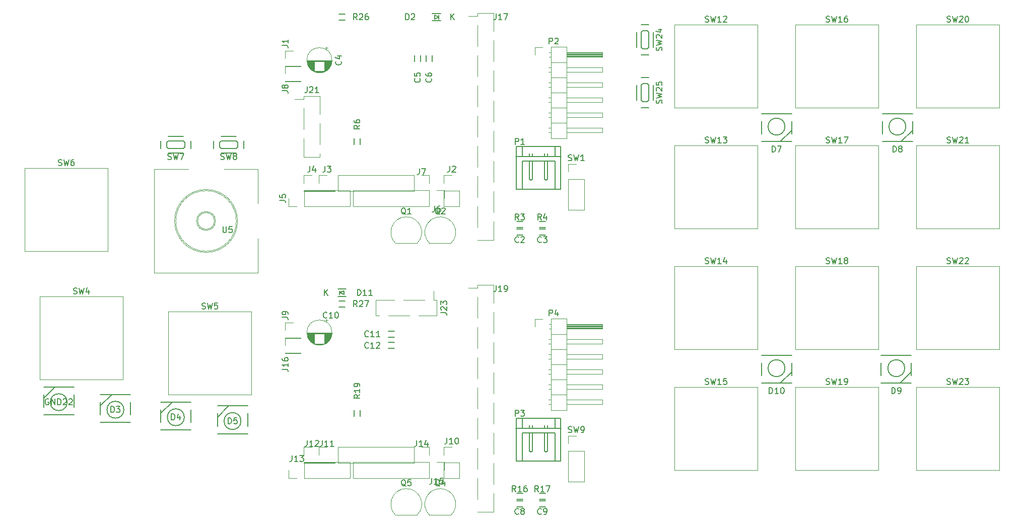
<source format=gto>
G04 #@! TF.GenerationSoftware,KiCad,Pcbnew,(5.1.5)-3*
G04 #@! TF.CreationDate,2020-09-04T01:55:59+09:00*
G04 #@! TF.ProjectId,futureKeyboard,66757475-7265-44b6-9579-626f6172642e,rev?*
G04 #@! TF.SameCoordinates,Original*
G04 #@! TF.FileFunction,Legend,Top*
G04 #@! TF.FilePolarity,Positive*
%FSLAX46Y46*%
G04 Gerber Fmt 4.6, Leading zero omitted, Abs format (unit mm)*
G04 Created by KiCad (PCBNEW (5.1.5)-3) date 2020-09-04 01:55:59*
%MOMM*%
%LPD*%
G04 APERTURE LIST*
%ADD10C,0.150000*%
%ADD11C,0.120000*%
G04 APERTURE END LIST*
D10*
X108458000Y-64643000D02*
X107442000Y-64643000D01*
X107442000Y-63627000D02*
X108458000Y-63627000D01*
X111252000Y-63627000D02*
X112268000Y-63627000D01*
X112268000Y-64643000D02*
X111252000Y-64643000D01*
D11*
X76415000Y-35195000D02*
G75*
G03X76415000Y-35195000I-2120000J0D01*
G01*
X76375000Y-35195000D02*
X72215000Y-35195000D01*
X76375000Y-35235000D02*
X72215000Y-35235000D01*
X76374000Y-35275000D02*
X72216000Y-35275000D01*
X76372000Y-35315000D02*
X72218000Y-35315000D01*
X76369000Y-35355000D02*
X72221000Y-35355000D01*
X76366000Y-35395000D02*
X75135000Y-35395000D01*
X73455000Y-35395000D02*
X72224000Y-35395000D01*
X76362000Y-35435000D02*
X75135000Y-35435000D01*
X73455000Y-35435000D02*
X72228000Y-35435000D01*
X76357000Y-35475000D02*
X75135000Y-35475000D01*
X73455000Y-35475000D02*
X72233000Y-35475000D01*
X76351000Y-35515000D02*
X75135000Y-35515000D01*
X73455000Y-35515000D02*
X72239000Y-35515000D01*
X76345000Y-35555000D02*
X75135000Y-35555000D01*
X73455000Y-35555000D02*
X72245000Y-35555000D01*
X76337000Y-35595000D02*
X75135000Y-35595000D01*
X73455000Y-35595000D02*
X72253000Y-35595000D01*
X76329000Y-35635000D02*
X75135000Y-35635000D01*
X73455000Y-35635000D02*
X72261000Y-35635000D01*
X76320000Y-35675000D02*
X75135000Y-35675000D01*
X73455000Y-35675000D02*
X72270000Y-35675000D01*
X76311000Y-35715000D02*
X75135000Y-35715000D01*
X73455000Y-35715000D02*
X72279000Y-35715000D01*
X76300000Y-35755000D02*
X75135000Y-35755000D01*
X73455000Y-35755000D02*
X72290000Y-35755000D01*
X76289000Y-35795000D02*
X75135000Y-35795000D01*
X73455000Y-35795000D02*
X72301000Y-35795000D01*
X76277000Y-35835000D02*
X75135000Y-35835000D01*
X73455000Y-35835000D02*
X72313000Y-35835000D01*
X76263000Y-35875000D02*
X75135000Y-35875000D01*
X73455000Y-35875000D02*
X72327000Y-35875000D01*
X76249000Y-35916000D02*
X75135000Y-35916000D01*
X73455000Y-35916000D02*
X72341000Y-35916000D01*
X76235000Y-35956000D02*
X75135000Y-35956000D01*
X73455000Y-35956000D02*
X72355000Y-35956000D01*
X76219000Y-35996000D02*
X75135000Y-35996000D01*
X73455000Y-35996000D02*
X72371000Y-35996000D01*
X76202000Y-36036000D02*
X75135000Y-36036000D01*
X73455000Y-36036000D02*
X72388000Y-36036000D01*
X76184000Y-36076000D02*
X75135000Y-36076000D01*
X73455000Y-36076000D02*
X72406000Y-36076000D01*
X76165000Y-36116000D02*
X75135000Y-36116000D01*
X73455000Y-36116000D02*
X72425000Y-36116000D01*
X76146000Y-36156000D02*
X75135000Y-36156000D01*
X73455000Y-36156000D02*
X72444000Y-36156000D01*
X76125000Y-36196000D02*
X75135000Y-36196000D01*
X73455000Y-36196000D02*
X72465000Y-36196000D01*
X76103000Y-36236000D02*
X75135000Y-36236000D01*
X73455000Y-36236000D02*
X72487000Y-36236000D01*
X76080000Y-36276000D02*
X75135000Y-36276000D01*
X73455000Y-36276000D02*
X72510000Y-36276000D01*
X76055000Y-36316000D02*
X75135000Y-36316000D01*
X73455000Y-36316000D02*
X72535000Y-36316000D01*
X76030000Y-36356000D02*
X75135000Y-36356000D01*
X73455000Y-36356000D02*
X72560000Y-36356000D01*
X76003000Y-36396000D02*
X75135000Y-36396000D01*
X73455000Y-36396000D02*
X72587000Y-36396000D01*
X75975000Y-36436000D02*
X75135000Y-36436000D01*
X73455000Y-36436000D02*
X72615000Y-36436000D01*
X75945000Y-36476000D02*
X75135000Y-36476000D01*
X73455000Y-36476000D02*
X72645000Y-36476000D01*
X75914000Y-36516000D02*
X75135000Y-36516000D01*
X73455000Y-36516000D02*
X72676000Y-36516000D01*
X75882000Y-36556000D02*
X75135000Y-36556000D01*
X73455000Y-36556000D02*
X72708000Y-36556000D01*
X75847000Y-36596000D02*
X75135000Y-36596000D01*
X73455000Y-36596000D02*
X72743000Y-36596000D01*
X75811000Y-36636000D02*
X75135000Y-36636000D01*
X73455000Y-36636000D02*
X72779000Y-36636000D01*
X75773000Y-36676000D02*
X75135000Y-36676000D01*
X73455000Y-36676000D02*
X72817000Y-36676000D01*
X75733000Y-36716000D02*
X75135000Y-36716000D01*
X73455000Y-36716000D02*
X72857000Y-36716000D01*
X75691000Y-36756000D02*
X75135000Y-36756000D01*
X73455000Y-36756000D02*
X72899000Y-36756000D01*
X75646000Y-36796000D02*
X75135000Y-36796000D01*
X73455000Y-36796000D02*
X72944000Y-36796000D01*
X75599000Y-36836000D02*
X75135000Y-36836000D01*
X73455000Y-36836000D02*
X72991000Y-36836000D01*
X75549000Y-36876000D02*
X75135000Y-36876000D01*
X73455000Y-36876000D02*
X73041000Y-36876000D01*
X75495000Y-36916000D02*
X75135000Y-36916000D01*
X73455000Y-36916000D02*
X73095000Y-36916000D01*
X75437000Y-36956000D02*
X75135000Y-36956000D01*
X73455000Y-36956000D02*
X73153000Y-36956000D01*
X75375000Y-36996000D02*
X75135000Y-36996000D01*
X73455000Y-36996000D02*
X73215000Y-36996000D01*
X75308000Y-37036000D02*
X73282000Y-37036000D01*
X75235000Y-37076000D02*
X73355000Y-37076000D01*
X75154000Y-37116000D02*
X73436000Y-37116000D01*
X75063000Y-37156000D02*
X73527000Y-37156000D01*
X74959000Y-37196000D02*
X73631000Y-37196000D01*
X74832000Y-37236000D02*
X73758000Y-37236000D01*
X74665000Y-37276000D02*
X73925000Y-37276000D01*
X75490000Y-32925199D02*
X75490000Y-33325199D01*
X75690000Y-33125199D02*
X75290000Y-33125199D01*
D10*
X91313000Y-34417000D02*
X91313000Y-35433000D01*
X90297000Y-35433000D02*
X90297000Y-34417000D01*
X92202000Y-35433000D02*
X92202000Y-34417000D01*
X93218000Y-34417000D02*
X93218000Y-35433000D01*
X107442000Y-109347000D02*
X108458000Y-109347000D01*
X108458000Y-110363000D02*
X107442000Y-110363000D01*
X112268000Y-110363000D02*
X111252000Y-110363000D01*
X111252000Y-109347000D02*
X112268000Y-109347000D01*
D11*
X75690000Y-78940199D02*
X75290000Y-78940199D01*
X75490000Y-78740199D02*
X75490000Y-79140199D01*
X74665000Y-83091000D02*
X73925000Y-83091000D01*
X74832000Y-83051000D02*
X73758000Y-83051000D01*
X74959000Y-83011000D02*
X73631000Y-83011000D01*
X75063000Y-82971000D02*
X73527000Y-82971000D01*
X75154000Y-82931000D02*
X73436000Y-82931000D01*
X75235000Y-82891000D02*
X73355000Y-82891000D01*
X75308000Y-82851000D02*
X73282000Y-82851000D01*
X73455000Y-82811000D02*
X73215000Y-82811000D01*
X75375000Y-82811000D02*
X75135000Y-82811000D01*
X73455000Y-82771000D02*
X73153000Y-82771000D01*
X75437000Y-82771000D02*
X75135000Y-82771000D01*
X73455000Y-82731000D02*
X73095000Y-82731000D01*
X75495000Y-82731000D02*
X75135000Y-82731000D01*
X73455000Y-82691000D02*
X73041000Y-82691000D01*
X75549000Y-82691000D02*
X75135000Y-82691000D01*
X73455000Y-82651000D02*
X72991000Y-82651000D01*
X75599000Y-82651000D02*
X75135000Y-82651000D01*
X73455000Y-82611000D02*
X72944000Y-82611000D01*
X75646000Y-82611000D02*
X75135000Y-82611000D01*
X73455000Y-82571000D02*
X72899000Y-82571000D01*
X75691000Y-82571000D02*
X75135000Y-82571000D01*
X73455000Y-82531000D02*
X72857000Y-82531000D01*
X75733000Y-82531000D02*
X75135000Y-82531000D01*
X73455000Y-82491000D02*
X72817000Y-82491000D01*
X75773000Y-82491000D02*
X75135000Y-82491000D01*
X73455000Y-82451000D02*
X72779000Y-82451000D01*
X75811000Y-82451000D02*
X75135000Y-82451000D01*
X73455000Y-82411000D02*
X72743000Y-82411000D01*
X75847000Y-82411000D02*
X75135000Y-82411000D01*
X73455000Y-82371000D02*
X72708000Y-82371000D01*
X75882000Y-82371000D02*
X75135000Y-82371000D01*
X73455000Y-82331000D02*
X72676000Y-82331000D01*
X75914000Y-82331000D02*
X75135000Y-82331000D01*
X73455000Y-82291000D02*
X72645000Y-82291000D01*
X75945000Y-82291000D02*
X75135000Y-82291000D01*
X73455000Y-82251000D02*
X72615000Y-82251000D01*
X75975000Y-82251000D02*
X75135000Y-82251000D01*
X73455000Y-82211000D02*
X72587000Y-82211000D01*
X76003000Y-82211000D02*
X75135000Y-82211000D01*
X73455000Y-82171000D02*
X72560000Y-82171000D01*
X76030000Y-82171000D02*
X75135000Y-82171000D01*
X73455000Y-82131000D02*
X72535000Y-82131000D01*
X76055000Y-82131000D02*
X75135000Y-82131000D01*
X73455000Y-82091000D02*
X72510000Y-82091000D01*
X76080000Y-82091000D02*
X75135000Y-82091000D01*
X73455000Y-82051000D02*
X72487000Y-82051000D01*
X76103000Y-82051000D02*
X75135000Y-82051000D01*
X73455000Y-82011000D02*
X72465000Y-82011000D01*
X76125000Y-82011000D02*
X75135000Y-82011000D01*
X73455000Y-81971000D02*
X72444000Y-81971000D01*
X76146000Y-81971000D02*
X75135000Y-81971000D01*
X73455000Y-81931000D02*
X72425000Y-81931000D01*
X76165000Y-81931000D02*
X75135000Y-81931000D01*
X73455000Y-81891000D02*
X72406000Y-81891000D01*
X76184000Y-81891000D02*
X75135000Y-81891000D01*
X73455000Y-81851000D02*
X72388000Y-81851000D01*
X76202000Y-81851000D02*
X75135000Y-81851000D01*
X73455000Y-81811000D02*
X72371000Y-81811000D01*
X76219000Y-81811000D02*
X75135000Y-81811000D01*
X73455000Y-81771000D02*
X72355000Y-81771000D01*
X76235000Y-81771000D02*
X75135000Y-81771000D01*
X73455000Y-81731000D02*
X72341000Y-81731000D01*
X76249000Y-81731000D02*
X75135000Y-81731000D01*
X73455000Y-81690000D02*
X72327000Y-81690000D01*
X76263000Y-81690000D02*
X75135000Y-81690000D01*
X73455000Y-81650000D02*
X72313000Y-81650000D01*
X76277000Y-81650000D02*
X75135000Y-81650000D01*
X73455000Y-81610000D02*
X72301000Y-81610000D01*
X76289000Y-81610000D02*
X75135000Y-81610000D01*
X73455000Y-81570000D02*
X72290000Y-81570000D01*
X76300000Y-81570000D02*
X75135000Y-81570000D01*
X73455000Y-81530000D02*
X72279000Y-81530000D01*
X76311000Y-81530000D02*
X75135000Y-81530000D01*
X73455000Y-81490000D02*
X72270000Y-81490000D01*
X76320000Y-81490000D02*
X75135000Y-81490000D01*
X73455000Y-81450000D02*
X72261000Y-81450000D01*
X76329000Y-81450000D02*
X75135000Y-81450000D01*
X73455000Y-81410000D02*
X72253000Y-81410000D01*
X76337000Y-81410000D02*
X75135000Y-81410000D01*
X73455000Y-81370000D02*
X72245000Y-81370000D01*
X76345000Y-81370000D02*
X75135000Y-81370000D01*
X73455000Y-81330000D02*
X72239000Y-81330000D01*
X76351000Y-81330000D02*
X75135000Y-81330000D01*
X73455000Y-81290000D02*
X72233000Y-81290000D01*
X76357000Y-81290000D02*
X75135000Y-81290000D01*
X73455000Y-81250000D02*
X72228000Y-81250000D01*
X76362000Y-81250000D02*
X75135000Y-81250000D01*
X73455000Y-81210000D02*
X72224000Y-81210000D01*
X76366000Y-81210000D02*
X75135000Y-81210000D01*
X76369000Y-81170000D02*
X72221000Y-81170000D01*
X76372000Y-81130000D02*
X72218000Y-81130000D01*
X76374000Y-81090000D02*
X72216000Y-81090000D01*
X76375000Y-81050000D02*
X72215000Y-81050000D01*
X76375000Y-81010000D02*
X72215000Y-81010000D01*
X76415000Y-81010000D02*
G75*
G03X76415000Y-81010000I-2120000J0D01*
G01*
D10*
X85852000Y-80772000D02*
X86868000Y-80772000D01*
X86868000Y-81788000D02*
X85852000Y-81788000D01*
X86868000Y-83693000D02*
X85852000Y-83693000D01*
X85852000Y-82677000D02*
X86868000Y-82677000D01*
D11*
X68520000Y-36255000D02*
X71180000Y-36255000D01*
X68520000Y-36195000D02*
X68520000Y-36255000D01*
X71180000Y-36195000D02*
X71180000Y-36255000D01*
X68520000Y-36195000D02*
X71180000Y-36195000D01*
X68520000Y-34925000D02*
X68520000Y-33595000D01*
X68520000Y-33595000D02*
X69850000Y-33595000D01*
X74235000Y-54550000D02*
X75565000Y-54550000D01*
X74235000Y-55880000D02*
X74235000Y-54550000D01*
X74235000Y-57150000D02*
X76895000Y-57150000D01*
X76895000Y-57150000D02*
X76895000Y-57210000D01*
X74235000Y-57150000D02*
X74235000Y-57210000D01*
X74235000Y-57210000D02*
X76895000Y-57210000D01*
X71695000Y-54550000D02*
X73025000Y-54550000D01*
X71695000Y-55880000D02*
X71695000Y-54550000D01*
X71695000Y-57150000D02*
X74355000Y-57150000D01*
X74355000Y-57150000D02*
X74355000Y-57210000D01*
X71695000Y-57150000D02*
X71695000Y-57210000D01*
X71695000Y-57210000D02*
X74355000Y-57210000D01*
X79435000Y-59750000D02*
X79435000Y-57090000D01*
X71755000Y-59750000D02*
X79435000Y-59750000D01*
X71755000Y-57090000D02*
X79435000Y-57090000D01*
X71755000Y-59750000D02*
X71755000Y-57090000D01*
X70485000Y-59750000D02*
X69155000Y-59750000D01*
X69155000Y-59750000D02*
X69155000Y-58420000D01*
X95310000Y-57090000D02*
X95310000Y-58420000D01*
X93980000Y-57090000D02*
X95310000Y-57090000D01*
X92710000Y-57090000D02*
X92710000Y-59750000D01*
X92710000Y-59750000D02*
X79950000Y-59750000D01*
X92710000Y-57090000D02*
X79950000Y-57090000D01*
X79950000Y-57090000D02*
X79950000Y-59750000D01*
X77410000Y-54550000D02*
X77410000Y-57210000D01*
X90170000Y-54550000D02*
X77410000Y-54550000D01*
X90170000Y-57210000D02*
X77410000Y-57210000D01*
X90170000Y-54550000D02*
X90170000Y-57210000D01*
X91440000Y-54550000D02*
X92770000Y-54550000D01*
X92770000Y-54550000D02*
X92770000Y-55880000D01*
X68520000Y-38795000D02*
X71180000Y-38795000D01*
X68520000Y-38735000D02*
X68520000Y-38795000D01*
X71180000Y-38735000D02*
X71180000Y-38795000D01*
X68520000Y-38735000D02*
X71180000Y-38735000D01*
X68520000Y-37465000D02*
X68520000Y-36135000D01*
X68520000Y-36135000D02*
X69850000Y-36135000D01*
X68520000Y-79315000D02*
X69850000Y-79315000D01*
X68520000Y-80645000D02*
X68520000Y-79315000D01*
X68520000Y-81915000D02*
X71180000Y-81915000D01*
X71180000Y-81915000D02*
X71180000Y-81975000D01*
X68520000Y-81915000D02*
X68520000Y-81975000D01*
X68520000Y-81975000D02*
X71180000Y-81975000D01*
X95190000Y-105470000D02*
X97850000Y-105470000D01*
X95190000Y-102870000D02*
X95190000Y-105470000D01*
X97850000Y-102870000D02*
X97850000Y-105470000D01*
X95190000Y-102870000D02*
X97850000Y-102870000D01*
X95190000Y-101600000D02*
X95190000Y-100270000D01*
X95190000Y-100270000D02*
X96520000Y-100270000D01*
X74235000Y-102930000D02*
X76895000Y-102930000D01*
X74235000Y-102870000D02*
X74235000Y-102930000D01*
X76895000Y-102870000D02*
X76895000Y-102930000D01*
X74235000Y-102870000D02*
X76895000Y-102870000D01*
X74235000Y-101600000D02*
X74235000Y-100270000D01*
X74235000Y-100270000D02*
X75565000Y-100270000D01*
X71695000Y-102930000D02*
X74355000Y-102930000D01*
X71695000Y-102870000D02*
X71695000Y-102930000D01*
X74355000Y-102870000D02*
X74355000Y-102930000D01*
X71695000Y-102870000D02*
X74355000Y-102870000D01*
X71695000Y-101600000D02*
X71695000Y-100270000D01*
X71695000Y-100270000D02*
X73025000Y-100270000D01*
X79435000Y-105470000D02*
X79435000Y-102810000D01*
X71755000Y-105470000D02*
X79435000Y-105470000D01*
X71755000Y-102810000D02*
X79435000Y-102810000D01*
X71755000Y-105470000D02*
X71755000Y-102810000D01*
X70485000Y-105470000D02*
X69155000Y-105470000D01*
X69155000Y-105470000D02*
X69155000Y-104140000D01*
X92770000Y-100270000D02*
X92770000Y-101600000D01*
X91440000Y-100270000D02*
X92770000Y-100270000D01*
X90170000Y-100270000D02*
X90170000Y-102930000D01*
X90170000Y-102930000D02*
X77410000Y-102930000D01*
X90170000Y-100270000D02*
X77410000Y-100270000D01*
X77410000Y-100270000D02*
X77410000Y-102930000D01*
X79950000Y-102810000D02*
X79950000Y-105470000D01*
X92710000Y-102810000D02*
X79950000Y-102810000D01*
X92710000Y-105470000D02*
X79950000Y-105470000D01*
X92710000Y-102810000D02*
X92710000Y-105470000D01*
X93980000Y-102810000D02*
X95310000Y-102810000D01*
X95310000Y-102810000D02*
X95310000Y-104140000D01*
X68520000Y-81855000D02*
X69850000Y-81855000D01*
X68520000Y-83185000D02*
X68520000Y-81855000D01*
X68520000Y-84455000D02*
X71180000Y-84455000D01*
X71180000Y-84455000D02*
X71180000Y-84515000D01*
X68520000Y-84455000D02*
X68520000Y-84515000D01*
X68520000Y-84515000D02*
X71180000Y-84515000D01*
D10*
X114935000Y-51435000D02*
X107315000Y-51435000D01*
X109625000Y-50915000D02*
X109625000Y-51165000D01*
X109625000Y-51415000D02*
X109625000Y-51165000D01*
X110125000Y-51415000D02*
X110125000Y-50915000D01*
X112125000Y-51415000D02*
X112125000Y-50915000D01*
X112625000Y-51165000D02*
X112625000Y-50915000D01*
X112625000Y-51165000D02*
X112625000Y-51415000D01*
X108375000Y-51415000D02*
X108375000Y-49665000D01*
X113875000Y-51415000D02*
X113875000Y-49665000D01*
X112625000Y-55165000D02*
X112375000Y-55415000D01*
X112375000Y-55415000D02*
X112125000Y-55165000D01*
X110125000Y-52165000D02*
X110125000Y-55165000D01*
X110125000Y-55165000D02*
X109875000Y-55415000D01*
X109875000Y-55415000D02*
X109625000Y-55165000D01*
X109625000Y-55165000D02*
X109625000Y-52165000D01*
X112125000Y-52165000D02*
X112125000Y-55165000D01*
X112625000Y-52165000D02*
X112625000Y-55165000D01*
X108875000Y-52165000D02*
X108375000Y-52165000D01*
X108375000Y-52165000D02*
X108375000Y-56915000D01*
X113875000Y-56165000D02*
X113875000Y-56915000D01*
X113875000Y-52165000D02*
X108875000Y-52165000D01*
X113875000Y-52165000D02*
X113875000Y-56165000D01*
X107375000Y-49665000D02*
X107375000Y-50165000D01*
X114875000Y-50165000D02*
X114875000Y-49965000D01*
X114875000Y-49965000D02*
X114875000Y-49665000D01*
X107375000Y-49665000D02*
X114875000Y-49665000D01*
X114875000Y-50165000D02*
X114875000Y-56865000D01*
X114875000Y-56865000D02*
X113875000Y-56865000D01*
X108775000Y-56865000D02*
X108575000Y-56865000D01*
X108575000Y-56865000D02*
X107375000Y-56865000D01*
X107375000Y-50165000D02*
X107375000Y-51365000D01*
X107375000Y-51365000D02*
X107375000Y-56865000D01*
X113875000Y-56865000D02*
X108675000Y-56865000D01*
X112675000Y-56865000D02*
X112375000Y-56865000D01*
X112675000Y-102585000D02*
X112375000Y-102585000D01*
X113875000Y-102585000D02*
X108675000Y-102585000D01*
X107375000Y-97085000D02*
X107375000Y-102585000D01*
X107375000Y-95885000D02*
X107375000Y-97085000D01*
X108575000Y-102585000D02*
X107375000Y-102585000D01*
X108775000Y-102585000D02*
X108575000Y-102585000D01*
X114875000Y-102585000D02*
X113875000Y-102585000D01*
X114875000Y-95885000D02*
X114875000Y-102585000D01*
X107375000Y-95385000D02*
X114875000Y-95385000D01*
X114875000Y-95685000D02*
X114875000Y-95385000D01*
X114875000Y-95885000D02*
X114875000Y-95685000D01*
X107375000Y-95385000D02*
X107375000Y-95885000D01*
X113875000Y-97885000D02*
X113875000Y-101885000D01*
X113875000Y-97885000D02*
X108875000Y-97885000D01*
X113875000Y-101885000D02*
X113875000Y-102635000D01*
X108375000Y-97885000D02*
X108375000Y-102635000D01*
X108875000Y-97885000D02*
X108375000Y-97885000D01*
X112625000Y-97885000D02*
X112625000Y-100885000D01*
X112125000Y-97885000D02*
X112125000Y-100885000D01*
X109625000Y-100885000D02*
X109625000Y-97885000D01*
X109875000Y-101135000D02*
X109625000Y-100885000D01*
X110125000Y-100885000D02*
X109875000Y-101135000D01*
X110125000Y-97885000D02*
X110125000Y-100885000D01*
X112375000Y-101135000D02*
X112125000Y-100885000D01*
X112625000Y-100885000D02*
X112375000Y-101135000D01*
X113875000Y-97135000D02*
X113875000Y-95385000D01*
X108375000Y-97135000D02*
X108375000Y-95385000D01*
X112625000Y-96885000D02*
X112625000Y-97135000D01*
X112625000Y-96885000D02*
X112625000Y-96635000D01*
X112125000Y-97135000D02*
X112125000Y-96635000D01*
X110125000Y-97135000D02*
X110125000Y-96635000D01*
X109625000Y-97135000D02*
X109625000Y-96885000D01*
X109625000Y-96635000D02*
X109625000Y-96885000D01*
X114935000Y-97155000D02*
X107315000Y-97155000D01*
D11*
X87100000Y-65985000D02*
X90700000Y-65985000D01*
X87061522Y-65973478D02*
G75*
G02X88900000Y-61535000I1838478J1838478D01*
G01*
X90738478Y-65973478D02*
G75*
G03X88900000Y-61535000I-1838478J1838478D01*
G01*
X96453478Y-65973478D02*
G75*
G03X94615000Y-61535000I-1838478J1838478D01*
G01*
X92776522Y-65973478D02*
G75*
G02X94615000Y-61535000I1838478J1838478D01*
G01*
X92815000Y-65985000D02*
X96415000Y-65985000D01*
X92815000Y-111705000D02*
X96415000Y-111705000D01*
X92776522Y-111693478D02*
G75*
G02X94615000Y-107255000I1838478J1838478D01*
G01*
X96453478Y-111693478D02*
G75*
G03X94615000Y-107255000I-1838478J1838478D01*
G01*
X90738478Y-111693478D02*
G75*
G03X88900000Y-107255000I-1838478J1838478D01*
G01*
X87061522Y-111693478D02*
G75*
G02X88900000Y-107255000I1838478J1838478D01*
G01*
X87100000Y-111705000D02*
X90700000Y-111705000D01*
D10*
X108458000Y-63373000D02*
X107442000Y-63373000D01*
X107442000Y-62357000D02*
X108458000Y-62357000D01*
X111252000Y-62357000D02*
X112268000Y-62357000D01*
X112268000Y-63373000D02*
X111252000Y-63373000D01*
X81153000Y-48387000D02*
X81153000Y-49403000D01*
X80137000Y-49403000D02*
X80137000Y-48387000D01*
X107442000Y-108077000D02*
X108458000Y-108077000D01*
X108458000Y-109093000D02*
X107442000Y-109093000D01*
X112268000Y-109093000D02*
X111252000Y-109093000D01*
X111252000Y-108077000D02*
X112268000Y-108077000D01*
X81153000Y-94107000D02*
X81153000Y-95123000D01*
X80137000Y-95123000D02*
X80137000Y-94107000D01*
D11*
X116145000Y-60385000D02*
X118805000Y-60385000D01*
X116145000Y-55245000D02*
X116145000Y-60385000D01*
X118805000Y-55245000D02*
X118805000Y-60385000D01*
X116145000Y-55245000D02*
X118805000Y-55245000D01*
X116145000Y-53975000D02*
X116145000Y-52645000D01*
X116145000Y-52645000D02*
X117475000Y-52645000D01*
X27305000Y-74930000D02*
X41275000Y-74930000D01*
X41275000Y-74930000D02*
X41275000Y-88900000D01*
X41275000Y-88900000D02*
X27305000Y-88900000D01*
X27305000Y-88900000D02*
X27305000Y-74930000D01*
X48895000Y-77470000D02*
X62865000Y-77470000D01*
X62865000Y-77470000D02*
X62865000Y-91440000D01*
X62865000Y-91440000D02*
X48895000Y-91440000D01*
X48895000Y-91440000D02*
X48895000Y-77470000D01*
X24765000Y-67310000D02*
X24765000Y-53340000D01*
X38735000Y-67310000D02*
X24765000Y-67310000D01*
X38735000Y-53340000D02*
X38735000Y-67310000D01*
X24765000Y-53340000D02*
X38735000Y-53340000D01*
D10*
X51435000Y-50038000D02*
X51689000Y-49784000D01*
X48895000Y-50038000D02*
X51435000Y-50038000D01*
X48641000Y-49784000D02*
X48895000Y-50038000D01*
X48641000Y-49022000D02*
X48641000Y-49784000D01*
X48895000Y-48768000D02*
X48641000Y-49022000D01*
X51435000Y-48768000D02*
X48895000Y-48768000D01*
X51689000Y-49022000D02*
X51435000Y-48768000D01*
X51689000Y-49784000D02*
X51689000Y-49022000D01*
X47625000Y-50038000D02*
X47625000Y-48768000D01*
X48895000Y-50800000D02*
X51435000Y-50800000D01*
X51435000Y-48006000D02*
X48895000Y-48006000D01*
X52705000Y-50038000D02*
X52705000Y-48768000D01*
X60325000Y-50038000D02*
X60579000Y-49784000D01*
X57785000Y-50038000D02*
X60325000Y-50038000D01*
X57531000Y-49784000D02*
X57785000Y-50038000D01*
X57531000Y-49022000D02*
X57531000Y-49784000D01*
X57785000Y-48768000D02*
X57531000Y-49022000D01*
X60325000Y-48768000D02*
X57785000Y-48768000D01*
X60579000Y-49022000D02*
X60325000Y-48768000D01*
X60579000Y-49784000D02*
X60579000Y-49022000D01*
X56515000Y-50038000D02*
X56515000Y-48768000D01*
X57785000Y-50800000D02*
X60325000Y-50800000D01*
X60325000Y-48006000D02*
X57785000Y-48006000D01*
X61595000Y-50038000D02*
X61595000Y-48768000D01*
D11*
X116145000Y-98365000D02*
X117475000Y-98365000D01*
X116145000Y-99695000D02*
X116145000Y-98365000D01*
X116145000Y-100965000D02*
X118805000Y-100965000D01*
X118805000Y-100965000D02*
X118805000Y-106105000D01*
X116145000Y-100965000D02*
X116145000Y-106105000D01*
X116145000Y-106105000D02*
X118805000Y-106105000D01*
X133985000Y-43180000D02*
X133985000Y-29210000D01*
X147955000Y-43180000D02*
X133985000Y-43180000D01*
X147955000Y-29210000D02*
X147955000Y-43180000D01*
X133985000Y-29210000D02*
X147955000Y-29210000D01*
X133985000Y-63500000D02*
X133985000Y-49530000D01*
X147955000Y-63500000D02*
X133985000Y-63500000D01*
X147955000Y-49530000D02*
X147955000Y-63500000D01*
X133985000Y-49530000D02*
X147955000Y-49530000D01*
X133985000Y-69850000D02*
X147955000Y-69850000D01*
X147955000Y-69850000D02*
X147955000Y-83820000D01*
X147955000Y-83820000D02*
X133985000Y-83820000D01*
X133985000Y-83820000D02*
X133985000Y-69850000D01*
X133985000Y-90170000D02*
X147955000Y-90170000D01*
X147955000Y-90170000D02*
X147955000Y-104140000D01*
X147955000Y-104140000D02*
X133985000Y-104140000D01*
X133985000Y-104140000D02*
X133985000Y-90170000D01*
X154305000Y-29210000D02*
X168275000Y-29210000D01*
X168275000Y-29210000D02*
X168275000Y-43180000D01*
X168275000Y-43180000D02*
X154305000Y-43180000D01*
X154305000Y-43180000D02*
X154305000Y-29210000D01*
X154305000Y-49530000D02*
X168275000Y-49530000D01*
X168275000Y-49530000D02*
X168275000Y-63500000D01*
X168275000Y-63500000D02*
X154305000Y-63500000D01*
X154305000Y-63500000D02*
X154305000Y-49530000D01*
X154305000Y-83820000D02*
X154305000Y-69850000D01*
X168275000Y-83820000D02*
X154305000Y-83820000D01*
X168275000Y-69850000D02*
X168275000Y-83820000D01*
X154305000Y-69850000D02*
X168275000Y-69850000D01*
X154305000Y-104140000D02*
X154305000Y-90170000D01*
X168275000Y-104140000D02*
X154305000Y-104140000D01*
X168275000Y-90170000D02*
X168275000Y-104140000D01*
X154305000Y-90170000D02*
X168275000Y-90170000D01*
X174625000Y-29210000D02*
X188595000Y-29210000D01*
X188595000Y-29210000D02*
X188595000Y-43180000D01*
X188595000Y-43180000D02*
X174625000Y-43180000D01*
X174625000Y-43180000D02*
X174625000Y-29210000D01*
X174625000Y-49530000D02*
X188595000Y-49530000D01*
X188595000Y-49530000D02*
X188595000Y-63500000D01*
X188595000Y-63500000D02*
X174625000Y-63500000D01*
X174625000Y-63500000D02*
X174625000Y-49530000D01*
X174625000Y-83820000D02*
X174625000Y-69850000D01*
X188595000Y-83820000D02*
X174625000Y-83820000D01*
X188595000Y-69850000D02*
X188595000Y-83820000D01*
X174625000Y-69850000D02*
X188595000Y-69850000D01*
X174625000Y-104140000D02*
X174625000Y-90170000D01*
X188595000Y-104140000D02*
X174625000Y-104140000D01*
X188595000Y-90170000D02*
X188595000Y-104140000D01*
X174625000Y-90170000D02*
X188595000Y-90170000D01*
D10*
X128397000Y-34290000D02*
X129667000Y-34290000D01*
X130429000Y-33020000D02*
X130429000Y-30480000D01*
X127635000Y-30480000D02*
X127635000Y-33020000D01*
X128397000Y-29210000D02*
X129667000Y-29210000D01*
X128651000Y-33274000D02*
X129413000Y-33274000D01*
X129413000Y-33274000D02*
X129667000Y-33020000D01*
X129667000Y-33020000D02*
X129667000Y-30480000D01*
X129667000Y-30480000D02*
X129413000Y-30226000D01*
X129413000Y-30226000D02*
X128651000Y-30226000D01*
X128651000Y-30226000D02*
X128397000Y-30480000D01*
X128397000Y-30480000D02*
X128397000Y-33020000D01*
X128397000Y-33020000D02*
X128651000Y-33274000D01*
X128397000Y-41910000D02*
X128651000Y-42164000D01*
X128397000Y-39370000D02*
X128397000Y-41910000D01*
X128651000Y-39116000D02*
X128397000Y-39370000D01*
X129413000Y-39116000D02*
X128651000Y-39116000D01*
X129667000Y-39370000D02*
X129413000Y-39116000D01*
X129667000Y-41910000D02*
X129667000Y-39370000D01*
X129413000Y-42164000D02*
X129667000Y-41910000D01*
X128651000Y-42164000D02*
X129413000Y-42164000D01*
X128397000Y-38100000D02*
X129667000Y-38100000D01*
X127635000Y-39370000D02*
X127635000Y-41910000D01*
X130429000Y-41910000D02*
X130429000Y-39370000D01*
X128397000Y-43180000D02*
X129667000Y-43180000D01*
D11*
X46545000Y-53530000D02*
X46545000Y-70930000D01*
X46545000Y-70930000D02*
X63945000Y-70930000D01*
X46545000Y-53530000D02*
X52245000Y-53530000D01*
X58245000Y-53530000D02*
X63945000Y-53530000D01*
X63945000Y-53530000D02*
X63945000Y-59230000D01*
X63945000Y-65230000D02*
X63945000Y-70930000D01*
X56826139Y-62230000D02*
G75*
G03X56826139Y-62230000I-1581139J0D01*
G01*
X60344020Y-62230000D02*
G75*
G03X60344020Y-62230000I-5099020J0D01*
G01*
X60545000Y-62230000D02*
G75*
G03X60545000Y-62230000I-5300000J0D01*
G01*
X56645000Y-62230000D02*
G75*
G03X56645000Y-62230000I-1400000J0D01*
G01*
X100905000Y-72965000D02*
X103565000Y-72965000D01*
X100905000Y-111185000D02*
X103565000Y-111185000D01*
X103565000Y-72965000D02*
X103565000Y-76075000D01*
X100905000Y-73535000D02*
X99385000Y-73535000D01*
X100905000Y-72965000D02*
X100905000Y-73535000D01*
X103565000Y-110615000D02*
X103565000Y-111185000D01*
X103565000Y-77595000D02*
X103565000Y-81155000D01*
X103565000Y-82675000D02*
X103565000Y-86235000D01*
X103565000Y-87755000D02*
X103565000Y-91315000D01*
X103565000Y-92835000D02*
X103565000Y-96395000D01*
X103565000Y-97915000D02*
X103565000Y-101475000D01*
X103565000Y-102995000D02*
X103565000Y-106555000D01*
X103565000Y-108075000D02*
X103565000Y-111185000D01*
X100905000Y-75055000D02*
X100905000Y-78615000D01*
X100905000Y-80135000D02*
X100905000Y-83695000D01*
X100905000Y-85215000D02*
X100905000Y-88775000D01*
X100905000Y-90295000D02*
X100905000Y-93855000D01*
X100905000Y-95375000D02*
X100905000Y-98935000D01*
X100905000Y-100455000D02*
X100905000Y-104015000D01*
X100905000Y-105535000D02*
X100905000Y-109095000D01*
D10*
X93680000Y-27640000D02*
X94380000Y-27940000D01*
X93680000Y-28240000D02*
X93680000Y-27640000D01*
X94380000Y-27940000D02*
X93680000Y-28240000D01*
X93280000Y-27340000D02*
X94680000Y-27340000D01*
X94680000Y-28540000D02*
X93280000Y-28540000D01*
X94380000Y-28240000D02*
X94380000Y-27640000D01*
X77705000Y-73995000D02*
X77705000Y-74595000D01*
X77405000Y-73695000D02*
X78805000Y-73695000D01*
X78805000Y-74895000D02*
X77405000Y-74895000D01*
X77705000Y-74295000D02*
X78405000Y-73995000D01*
X78405000Y-73995000D02*
X78405000Y-74595000D01*
X78405000Y-74595000D02*
X77705000Y-74295000D01*
D11*
X71695000Y-41215000D02*
X74355000Y-41215000D01*
X71695000Y-51495000D02*
X74355000Y-51495000D01*
X74355000Y-41215000D02*
X74355000Y-44325000D01*
X71695000Y-41785000D02*
X70175000Y-41785000D01*
X71695000Y-41215000D02*
X71695000Y-41785000D01*
X74355000Y-50925000D02*
X74355000Y-51495000D01*
X74355000Y-45845000D02*
X74355000Y-49405000D01*
X71695000Y-43305000D02*
X71695000Y-46865000D01*
X71695000Y-48385000D02*
X71695000Y-51495000D01*
X94040000Y-75505000D02*
X94040000Y-78165000D01*
X83760000Y-75505000D02*
X83760000Y-78165000D01*
X94040000Y-78165000D02*
X90930000Y-78165000D01*
X93470000Y-75505000D02*
X93470000Y-73985000D01*
X94040000Y-75505000D02*
X93470000Y-75505000D01*
X84330000Y-78165000D02*
X83760000Y-78165000D01*
X89410000Y-78165000D02*
X85850000Y-78165000D01*
X91950000Y-75505000D02*
X88390000Y-75505000D01*
X86870000Y-75505000D02*
X83760000Y-75505000D01*
D10*
X78613000Y-28448000D02*
X77597000Y-28448000D01*
X77597000Y-27432000D02*
X78613000Y-27432000D01*
X77597000Y-75692000D02*
X78613000Y-75692000D01*
X78613000Y-76708000D02*
X77597000Y-76708000D01*
X42545000Y-94869000D02*
X42545000Y-92710000D01*
X37465000Y-94869000D02*
X37465000Y-92710000D01*
X41424903Y-93980000D02*
G75*
G03X41424903Y-93980000I-1419903J0D01*
G01*
X37465000Y-93345000D02*
X39370000Y-91440000D01*
X37465000Y-96139000D02*
X42545000Y-96139000D01*
X42545000Y-91440000D02*
X37465000Y-91440000D01*
X52705000Y-96139000D02*
X52705000Y-93980000D01*
X47625000Y-96139000D02*
X47625000Y-93980000D01*
X51584903Y-95250000D02*
G75*
G03X51584903Y-95250000I-1419903J0D01*
G01*
X47625000Y-94615000D02*
X49530000Y-92710000D01*
X47625000Y-97409000D02*
X52705000Y-97409000D01*
X52705000Y-92710000D02*
X47625000Y-92710000D01*
X62230000Y-93345000D02*
X57150000Y-93345000D01*
X57150000Y-98044000D02*
X62230000Y-98044000D01*
X57150000Y-95250000D02*
X59055000Y-93345000D01*
X61109903Y-95885000D02*
G75*
G03X61109903Y-95885000I-1419903J0D01*
G01*
X57150000Y-96774000D02*
X57150000Y-94615000D01*
X62230000Y-96774000D02*
X62230000Y-94615000D01*
X148590000Y-45466000D02*
X148590000Y-47625000D01*
X153670000Y-45466000D02*
X153670000Y-47625000D01*
X152549903Y-46355000D02*
G75*
G03X152549903Y-46355000I-1419903J0D01*
G01*
X153670000Y-46990000D02*
X151765000Y-48895000D01*
X153670000Y-44196000D02*
X148590000Y-44196000D01*
X148590000Y-48895000D02*
X153670000Y-48895000D01*
X168910000Y-48895000D02*
X173990000Y-48895000D01*
X173990000Y-44196000D02*
X168910000Y-44196000D01*
X173990000Y-46990000D02*
X172085000Y-48895000D01*
X172869903Y-46355000D02*
G75*
G03X172869903Y-46355000I-1419903J0D01*
G01*
X173990000Y-45466000D02*
X173990000Y-47625000D01*
X168910000Y-45466000D02*
X168910000Y-47625000D01*
X168725000Y-89535000D02*
X173805000Y-89535000D01*
X173805000Y-84836000D02*
X168725000Y-84836000D01*
X173805000Y-87630000D02*
X171900000Y-89535000D01*
X172684903Y-86995000D02*
G75*
G03X172684903Y-86995000I-1419903J0D01*
G01*
X173805000Y-86106000D02*
X173805000Y-88265000D01*
X168725000Y-86106000D02*
X168725000Y-88265000D01*
X148590000Y-86106000D02*
X148590000Y-88265000D01*
X153670000Y-86106000D02*
X153670000Y-88265000D01*
X152549903Y-86995000D02*
G75*
G03X152549903Y-86995000I-1419903J0D01*
G01*
X153670000Y-87630000D02*
X151765000Y-89535000D01*
X153670000Y-84836000D02*
X148590000Y-84836000D01*
X148590000Y-89535000D02*
X153670000Y-89535000D01*
X33020000Y-90170000D02*
X27940000Y-90170000D01*
X27940000Y-94869000D02*
X33020000Y-94869000D01*
X27940000Y-92075000D02*
X29845000Y-90170000D01*
X31899903Y-92710000D02*
G75*
G03X31899903Y-92710000I-1419903J0D01*
G01*
X27940000Y-93599000D02*
X27940000Y-91440000D01*
X33020000Y-93599000D02*
X33020000Y-91440000D01*
D11*
X95190000Y-59750000D02*
X97850000Y-59750000D01*
X95190000Y-57150000D02*
X95190000Y-59750000D01*
X97850000Y-57150000D02*
X97850000Y-59750000D01*
X95190000Y-57150000D02*
X97850000Y-57150000D01*
X95190000Y-55880000D02*
X95190000Y-54550000D01*
X95190000Y-54550000D02*
X96520000Y-54550000D01*
X100905000Y-59815000D02*
X100905000Y-63375000D01*
X100905000Y-54735000D02*
X100905000Y-58295000D01*
X100905000Y-49655000D02*
X100905000Y-53215000D01*
X100905000Y-44575000D02*
X100905000Y-48135000D01*
X100905000Y-39495000D02*
X100905000Y-43055000D01*
X100905000Y-34415000D02*
X100905000Y-37975000D01*
X100905000Y-29335000D02*
X100905000Y-32895000D01*
X103565000Y-62355000D02*
X103565000Y-65465000D01*
X103565000Y-57275000D02*
X103565000Y-60835000D01*
X103565000Y-52195000D02*
X103565000Y-55755000D01*
X103565000Y-47115000D02*
X103565000Y-50675000D01*
X103565000Y-42035000D02*
X103565000Y-45595000D01*
X103565000Y-36955000D02*
X103565000Y-40515000D01*
X103565000Y-31875000D02*
X103565000Y-35435000D01*
X103565000Y-64895000D02*
X103565000Y-65465000D01*
X100905000Y-27245000D02*
X100905000Y-27815000D01*
X100905000Y-27815000D02*
X99385000Y-27815000D01*
X103565000Y-27245000D02*
X103565000Y-30355000D01*
X100905000Y-65465000D02*
X103565000Y-65465000D01*
X100905000Y-27245000D02*
X103565000Y-27245000D01*
X110490000Y-33020000D02*
X111760000Y-33020000D01*
X110490000Y-34290000D02*
X110490000Y-33020000D01*
X112802929Y-47370000D02*
X113200000Y-47370000D01*
X112802929Y-46610000D02*
X113200000Y-46610000D01*
X121860000Y-47370000D02*
X115860000Y-47370000D01*
X121860000Y-46610000D02*
X121860000Y-47370000D01*
X115860000Y-46610000D02*
X121860000Y-46610000D01*
X113200000Y-45720000D02*
X115860000Y-45720000D01*
X112802929Y-44830000D02*
X113200000Y-44830000D01*
X112802929Y-44070000D02*
X113200000Y-44070000D01*
X121860000Y-44830000D02*
X115860000Y-44830000D01*
X121860000Y-44070000D02*
X121860000Y-44830000D01*
X115860000Y-44070000D02*
X121860000Y-44070000D01*
X113200000Y-43180000D02*
X115860000Y-43180000D01*
X112802929Y-42290000D02*
X113200000Y-42290000D01*
X112802929Y-41530000D02*
X113200000Y-41530000D01*
X121860000Y-42290000D02*
X115860000Y-42290000D01*
X121860000Y-41530000D02*
X121860000Y-42290000D01*
X115860000Y-41530000D02*
X121860000Y-41530000D01*
X113200000Y-40640000D02*
X115860000Y-40640000D01*
X112802929Y-39750000D02*
X113200000Y-39750000D01*
X112802929Y-38990000D02*
X113200000Y-38990000D01*
X121860000Y-39750000D02*
X115860000Y-39750000D01*
X121860000Y-38990000D02*
X121860000Y-39750000D01*
X115860000Y-38990000D02*
X121860000Y-38990000D01*
X113200000Y-38100000D02*
X115860000Y-38100000D01*
X112802929Y-37210000D02*
X113200000Y-37210000D01*
X112802929Y-36450000D02*
X113200000Y-36450000D01*
X121860000Y-37210000D02*
X115860000Y-37210000D01*
X121860000Y-36450000D02*
X121860000Y-37210000D01*
X115860000Y-36450000D02*
X121860000Y-36450000D01*
X113200000Y-35560000D02*
X115860000Y-35560000D01*
X112870000Y-34670000D02*
X113200000Y-34670000D01*
X112870000Y-33910000D02*
X113200000Y-33910000D01*
X115860000Y-34570000D02*
X121860000Y-34570000D01*
X115860000Y-34450000D02*
X121860000Y-34450000D01*
X115860000Y-34330000D02*
X121860000Y-34330000D01*
X115860000Y-34210000D02*
X121860000Y-34210000D01*
X115860000Y-34090000D02*
X121860000Y-34090000D01*
X115860000Y-33970000D02*
X121860000Y-33970000D01*
X121860000Y-34670000D02*
X115860000Y-34670000D01*
X121860000Y-33910000D02*
X121860000Y-34670000D01*
X115860000Y-33910000D02*
X121860000Y-33910000D01*
X115860000Y-32960000D02*
X113200000Y-32960000D01*
X115860000Y-48320000D02*
X115860000Y-32960000D01*
X113200000Y-48320000D02*
X115860000Y-48320000D01*
X113200000Y-32960000D02*
X113200000Y-48320000D01*
X113200000Y-78680000D02*
X113200000Y-94040000D01*
X113200000Y-94040000D02*
X115860000Y-94040000D01*
X115860000Y-94040000D02*
X115860000Y-78680000D01*
X115860000Y-78680000D02*
X113200000Y-78680000D01*
X115860000Y-79630000D02*
X121860000Y-79630000D01*
X121860000Y-79630000D02*
X121860000Y-80390000D01*
X121860000Y-80390000D02*
X115860000Y-80390000D01*
X115860000Y-79690000D02*
X121860000Y-79690000D01*
X115860000Y-79810000D02*
X121860000Y-79810000D01*
X115860000Y-79930000D02*
X121860000Y-79930000D01*
X115860000Y-80050000D02*
X121860000Y-80050000D01*
X115860000Y-80170000D02*
X121860000Y-80170000D01*
X115860000Y-80290000D02*
X121860000Y-80290000D01*
X112870000Y-79630000D02*
X113200000Y-79630000D01*
X112870000Y-80390000D02*
X113200000Y-80390000D01*
X113200000Y-81280000D02*
X115860000Y-81280000D01*
X115860000Y-82170000D02*
X121860000Y-82170000D01*
X121860000Y-82170000D02*
X121860000Y-82930000D01*
X121860000Y-82930000D02*
X115860000Y-82930000D01*
X112802929Y-82170000D02*
X113200000Y-82170000D01*
X112802929Y-82930000D02*
X113200000Y-82930000D01*
X113200000Y-83820000D02*
X115860000Y-83820000D01*
X115860000Y-84710000D02*
X121860000Y-84710000D01*
X121860000Y-84710000D02*
X121860000Y-85470000D01*
X121860000Y-85470000D02*
X115860000Y-85470000D01*
X112802929Y-84710000D02*
X113200000Y-84710000D01*
X112802929Y-85470000D02*
X113200000Y-85470000D01*
X113200000Y-86360000D02*
X115860000Y-86360000D01*
X115860000Y-87250000D02*
X121860000Y-87250000D01*
X121860000Y-87250000D02*
X121860000Y-88010000D01*
X121860000Y-88010000D02*
X115860000Y-88010000D01*
X112802929Y-87250000D02*
X113200000Y-87250000D01*
X112802929Y-88010000D02*
X113200000Y-88010000D01*
X113200000Y-88900000D02*
X115860000Y-88900000D01*
X115860000Y-89790000D02*
X121860000Y-89790000D01*
X121860000Y-89790000D02*
X121860000Y-90550000D01*
X121860000Y-90550000D02*
X115860000Y-90550000D01*
X112802929Y-89790000D02*
X113200000Y-89790000D01*
X112802929Y-90550000D02*
X113200000Y-90550000D01*
X113200000Y-91440000D02*
X115860000Y-91440000D01*
X115860000Y-92330000D02*
X121860000Y-92330000D01*
X121860000Y-92330000D02*
X121860000Y-93090000D01*
X121860000Y-93090000D02*
X115860000Y-93090000D01*
X112802929Y-92330000D02*
X113200000Y-92330000D01*
X112802929Y-93090000D02*
X113200000Y-93090000D01*
X110490000Y-80010000D02*
X110490000Y-78740000D01*
X110490000Y-78740000D02*
X111760000Y-78740000D01*
D10*
X107783333Y-65762142D02*
X107735714Y-65809761D01*
X107592857Y-65857380D01*
X107497619Y-65857380D01*
X107354761Y-65809761D01*
X107259523Y-65714523D01*
X107211904Y-65619285D01*
X107164285Y-65428809D01*
X107164285Y-65285952D01*
X107211904Y-65095476D01*
X107259523Y-65000238D01*
X107354761Y-64905000D01*
X107497619Y-64857380D01*
X107592857Y-64857380D01*
X107735714Y-64905000D01*
X107783333Y-64952619D01*
X108164285Y-64952619D02*
X108211904Y-64905000D01*
X108307142Y-64857380D01*
X108545238Y-64857380D01*
X108640476Y-64905000D01*
X108688095Y-64952619D01*
X108735714Y-65047857D01*
X108735714Y-65143095D01*
X108688095Y-65285952D01*
X108116666Y-65857380D01*
X108735714Y-65857380D01*
X111593333Y-65762142D02*
X111545714Y-65809761D01*
X111402857Y-65857380D01*
X111307619Y-65857380D01*
X111164761Y-65809761D01*
X111069523Y-65714523D01*
X111021904Y-65619285D01*
X110974285Y-65428809D01*
X110974285Y-65285952D01*
X111021904Y-65095476D01*
X111069523Y-65000238D01*
X111164761Y-64905000D01*
X111307619Y-64857380D01*
X111402857Y-64857380D01*
X111545714Y-64905000D01*
X111593333Y-64952619D01*
X111926666Y-64857380D02*
X112545714Y-64857380D01*
X112212380Y-65238333D01*
X112355238Y-65238333D01*
X112450476Y-65285952D01*
X112498095Y-65333571D01*
X112545714Y-65428809D01*
X112545714Y-65666904D01*
X112498095Y-65762142D01*
X112450476Y-65809761D01*
X112355238Y-65857380D01*
X112069523Y-65857380D01*
X111974285Y-65809761D01*
X111926666Y-65762142D01*
X77902142Y-35361666D02*
X77949761Y-35409285D01*
X77997380Y-35552142D01*
X77997380Y-35647380D01*
X77949761Y-35790238D01*
X77854523Y-35885476D01*
X77759285Y-35933095D01*
X77568809Y-35980714D01*
X77425952Y-35980714D01*
X77235476Y-35933095D01*
X77140238Y-35885476D01*
X77045000Y-35790238D01*
X76997380Y-35647380D01*
X76997380Y-35552142D01*
X77045000Y-35409285D01*
X77092619Y-35361666D01*
X77330714Y-34504523D02*
X77997380Y-34504523D01*
X76949761Y-34742619D02*
X77664047Y-34980714D01*
X77664047Y-34361666D01*
X91162142Y-38266666D02*
X91209761Y-38314285D01*
X91257380Y-38457142D01*
X91257380Y-38552380D01*
X91209761Y-38695238D01*
X91114523Y-38790476D01*
X91019285Y-38838095D01*
X90828809Y-38885714D01*
X90685952Y-38885714D01*
X90495476Y-38838095D01*
X90400238Y-38790476D01*
X90305000Y-38695238D01*
X90257380Y-38552380D01*
X90257380Y-38457142D01*
X90305000Y-38314285D01*
X90352619Y-38266666D01*
X90257380Y-37361904D02*
X90257380Y-37838095D01*
X90733571Y-37885714D01*
X90685952Y-37838095D01*
X90638333Y-37742857D01*
X90638333Y-37504761D01*
X90685952Y-37409523D01*
X90733571Y-37361904D01*
X90828809Y-37314285D01*
X91066904Y-37314285D01*
X91162142Y-37361904D01*
X91209761Y-37409523D01*
X91257380Y-37504761D01*
X91257380Y-37742857D01*
X91209761Y-37838095D01*
X91162142Y-37885714D01*
X93067142Y-38266666D02*
X93114761Y-38314285D01*
X93162380Y-38457142D01*
X93162380Y-38552380D01*
X93114761Y-38695238D01*
X93019523Y-38790476D01*
X92924285Y-38838095D01*
X92733809Y-38885714D01*
X92590952Y-38885714D01*
X92400476Y-38838095D01*
X92305238Y-38790476D01*
X92210000Y-38695238D01*
X92162380Y-38552380D01*
X92162380Y-38457142D01*
X92210000Y-38314285D01*
X92257619Y-38266666D01*
X92162380Y-37409523D02*
X92162380Y-37600000D01*
X92210000Y-37695238D01*
X92257619Y-37742857D01*
X92400476Y-37838095D01*
X92590952Y-37885714D01*
X92971904Y-37885714D01*
X93067142Y-37838095D01*
X93114761Y-37790476D01*
X93162380Y-37695238D01*
X93162380Y-37504761D01*
X93114761Y-37409523D01*
X93067142Y-37361904D01*
X92971904Y-37314285D01*
X92733809Y-37314285D01*
X92638571Y-37361904D01*
X92590952Y-37409523D01*
X92543333Y-37504761D01*
X92543333Y-37695238D01*
X92590952Y-37790476D01*
X92638571Y-37838095D01*
X92733809Y-37885714D01*
X107783333Y-111482142D02*
X107735714Y-111529761D01*
X107592857Y-111577380D01*
X107497619Y-111577380D01*
X107354761Y-111529761D01*
X107259523Y-111434523D01*
X107211904Y-111339285D01*
X107164285Y-111148809D01*
X107164285Y-111005952D01*
X107211904Y-110815476D01*
X107259523Y-110720238D01*
X107354761Y-110625000D01*
X107497619Y-110577380D01*
X107592857Y-110577380D01*
X107735714Y-110625000D01*
X107783333Y-110672619D01*
X108354761Y-111005952D02*
X108259523Y-110958333D01*
X108211904Y-110910714D01*
X108164285Y-110815476D01*
X108164285Y-110767857D01*
X108211904Y-110672619D01*
X108259523Y-110625000D01*
X108354761Y-110577380D01*
X108545238Y-110577380D01*
X108640476Y-110625000D01*
X108688095Y-110672619D01*
X108735714Y-110767857D01*
X108735714Y-110815476D01*
X108688095Y-110910714D01*
X108640476Y-110958333D01*
X108545238Y-111005952D01*
X108354761Y-111005952D01*
X108259523Y-111053571D01*
X108211904Y-111101190D01*
X108164285Y-111196428D01*
X108164285Y-111386904D01*
X108211904Y-111482142D01*
X108259523Y-111529761D01*
X108354761Y-111577380D01*
X108545238Y-111577380D01*
X108640476Y-111529761D01*
X108688095Y-111482142D01*
X108735714Y-111386904D01*
X108735714Y-111196428D01*
X108688095Y-111101190D01*
X108640476Y-111053571D01*
X108545238Y-111005952D01*
X111593333Y-111482142D02*
X111545714Y-111529761D01*
X111402857Y-111577380D01*
X111307619Y-111577380D01*
X111164761Y-111529761D01*
X111069523Y-111434523D01*
X111021904Y-111339285D01*
X110974285Y-111148809D01*
X110974285Y-111005952D01*
X111021904Y-110815476D01*
X111069523Y-110720238D01*
X111164761Y-110625000D01*
X111307619Y-110577380D01*
X111402857Y-110577380D01*
X111545714Y-110625000D01*
X111593333Y-110672619D01*
X112069523Y-111577380D02*
X112260000Y-111577380D01*
X112355238Y-111529761D01*
X112402857Y-111482142D01*
X112498095Y-111339285D01*
X112545714Y-111148809D01*
X112545714Y-110767857D01*
X112498095Y-110672619D01*
X112450476Y-110625000D01*
X112355238Y-110577380D01*
X112164761Y-110577380D01*
X112069523Y-110625000D01*
X112021904Y-110672619D01*
X111974285Y-110767857D01*
X111974285Y-111005952D01*
X112021904Y-111101190D01*
X112069523Y-111148809D01*
X112164761Y-111196428D01*
X112355238Y-111196428D01*
X112450476Y-111148809D01*
X112498095Y-111101190D01*
X112545714Y-111005952D01*
X75557142Y-78462142D02*
X75509523Y-78509761D01*
X75366666Y-78557380D01*
X75271428Y-78557380D01*
X75128571Y-78509761D01*
X75033333Y-78414523D01*
X74985714Y-78319285D01*
X74938095Y-78128809D01*
X74938095Y-77985952D01*
X74985714Y-77795476D01*
X75033333Y-77700238D01*
X75128571Y-77605000D01*
X75271428Y-77557380D01*
X75366666Y-77557380D01*
X75509523Y-77605000D01*
X75557142Y-77652619D01*
X76509523Y-78557380D02*
X75938095Y-78557380D01*
X76223809Y-78557380D02*
X76223809Y-77557380D01*
X76128571Y-77700238D01*
X76033333Y-77795476D01*
X75938095Y-77843095D01*
X77128571Y-77557380D02*
X77223809Y-77557380D01*
X77319047Y-77605000D01*
X77366666Y-77652619D01*
X77414285Y-77747857D01*
X77461904Y-77938333D01*
X77461904Y-78176428D01*
X77414285Y-78366904D01*
X77366666Y-78462142D01*
X77319047Y-78509761D01*
X77223809Y-78557380D01*
X77128571Y-78557380D01*
X77033333Y-78509761D01*
X76985714Y-78462142D01*
X76938095Y-78366904D01*
X76890476Y-78176428D01*
X76890476Y-77938333D01*
X76938095Y-77747857D01*
X76985714Y-77652619D01*
X77033333Y-77605000D01*
X77128571Y-77557380D01*
X82542142Y-81637142D02*
X82494523Y-81684761D01*
X82351666Y-81732380D01*
X82256428Y-81732380D01*
X82113571Y-81684761D01*
X82018333Y-81589523D01*
X81970714Y-81494285D01*
X81923095Y-81303809D01*
X81923095Y-81160952D01*
X81970714Y-80970476D01*
X82018333Y-80875238D01*
X82113571Y-80780000D01*
X82256428Y-80732380D01*
X82351666Y-80732380D01*
X82494523Y-80780000D01*
X82542142Y-80827619D01*
X83494523Y-81732380D02*
X82923095Y-81732380D01*
X83208809Y-81732380D02*
X83208809Y-80732380D01*
X83113571Y-80875238D01*
X83018333Y-80970476D01*
X82923095Y-81018095D01*
X84446904Y-81732380D02*
X83875476Y-81732380D01*
X84161190Y-81732380D02*
X84161190Y-80732380D01*
X84065952Y-80875238D01*
X83970714Y-80970476D01*
X83875476Y-81018095D01*
X82542142Y-83542142D02*
X82494523Y-83589761D01*
X82351666Y-83637380D01*
X82256428Y-83637380D01*
X82113571Y-83589761D01*
X82018333Y-83494523D01*
X81970714Y-83399285D01*
X81923095Y-83208809D01*
X81923095Y-83065952D01*
X81970714Y-82875476D01*
X82018333Y-82780238D01*
X82113571Y-82685000D01*
X82256428Y-82637380D01*
X82351666Y-82637380D01*
X82494523Y-82685000D01*
X82542142Y-82732619D01*
X83494523Y-83637380D02*
X82923095Y-83637380D01*
X83208809Y-83637380D02*
X83208809Y-82637380D01*
X83113571Y-82780238D01*
X83018333Y-82875476D01*
X82923095Y-82923095D01*
X83875476Y-82732619D02*
X83923095Y-82685000D01*
X84018333Y-82637380D01*
X84256428Y-82637380D01*
X84351666Y-82685000D01*
X84399285Y-82732619D01*
X84446904Y-82827857D01*
X84446904Y-82923095D01*
X84399285Y-83065952D01*
X83827857Y-83637380D01*
X84446904Y-83637380D01*
X68032380Y-32718333D02*
X68746666Y-32718333D01*
X68889523Y-32765952D01*
X68984761Y-32861190D01*
X69032380Y-33004047D01*
X69032380Y-33099285D01*
X69032380Y-31718333D02*
X69032380Y-32289761D01*
X69032380Y-32004047D02*
X68032380Y-32004047D01*
X68175238Y-32099285D01*
X68270476Y-32194523D01*
X68318095Y-32289761D01*
X75231666Y-53002380D02*
X75231666Y-53716666D01*
X75184047Y-53859523D01*
X75088809Y-53954761D01*
X74945952Y-54002380D01*
X74850714Y-54002380D01*
X75612619Y-53002380D02*
X76231666Y-53002380D01*
X75898333Y-53383333D01*
X76041190Y-53383333D01*
X76136428Y-53430952D01*
X76184047Y-53478571D01*
X76231666Y-53573809D01*
X76231666Y-53811904D01*
X76184047Y-53907142D01*
X76136428Y-53954761D01*
X76041190Y-54002380D01*
X75755476Y-54002380D01*
X75660238Y-53954761D01*
X75612619Y-53907142D01*
X72691666Y-53002380D02*
X72691666Y-53716666D01*
X72644047Y-53859523D01*
X72548809Y-53954761D01*
X72405952Y-54002380D01*
X72310714Y-54002380D01*
X73596428Y-53335714D02*
X73596428Y-54002380D01*
X73358333Y-52954761D02*
X73120238Y-53669047D01*
X73739285Y-53669047D01*
X67607380Y-58753333D02*
X68321666Y-58753333D01*
X68464523Y-58800952D01*
X68559761Y-58896190D01*
X68607380Y-59039047D01*
X68607380Y-59134285D01*
X67607380Y-57800952D02*
X67607380Y-58277142D01*
X68083571Y-58324761D01*
X68035952Y-58277142D01*
X67988333Y-58181904D01*
X67988333Y-57943809D01*
X68035952Y-57848571D01*
X68083571Y-57800952D01*
X68178809Y-57753333D01*
X68416904Y-57753333D01*
X68512142Y-57800952D01*
X68559761Y-57848571D01*
X68607380Y-57943809D01*
X68607380Y-58181904D01*
X68559761Y-58277142D01*
X68512142Y-58324761D01*
X93646666Y-59717380D02*
X93646666Y-60431666D01*
X93599047Y-60574523D01*
X93503809Y-60669761D01*
X93360952Y-60717380D01*
X93265714Y-60717380D01*
X94551428Y-59717380D02*
X94360952Y-59717380D01*
X94265714Y-59765000D01*
X94218095Y-59812619D01*
X94122857Y-59955476D01*
X94075238Y-60145952D01*
X94075238Y-60526904D01*
X94122857Y-60622142D01*
X94170476Y-60669761D01*
X94265714Y-60717380D01*
X94456190Y-60717380D01*
X94551428Y-60669761D01*
X94599047Y-60622142D01*
X94646666Y-60526904D01*
X94646666Y-60288809D01*
X94599047Y-60193571D01*
X94551428Y-60145952D01*
X94456190Y-60098333D01*
X94265714Y-60098333D01*
X94170476Y-60145952D01*
X94122857Y-60193571D01*
X94075238Y-60288809D01*
X91106666Y-53427380D02*
X91106666Y-54141666D01*
X91059047Y-54284523D01*
X90963809Y-54379761D01*
X90820952Y-54427380D01*
X90725714Y-54427380D01*
X91487619Y-53427380D02*
X92154285Y-53427380D01*
X91725714Y-54427380D01*
X68032380Y-40338333D02*
X68746666Y-40338333D01*
X68889523Y-40385952D01*
X68984761Y-40481190D01*
X69032380Y-40624047D01*
X69032380Y-40719285D01*
X68460952Y-39719285D02*
X68413333Y-39814523D01*
X68365714Y-39862142D01*
X68270476Y-39909761D01*
X68222857Y-39909761D01*
X68127619Y-39862142D01*
X68080000Y-39814523D01*
X68032380Y-39719285D01*
X68032380Y-39528809D01*
X68080000Y-39433571D01*
X68127619Y-39385952D01*
X68222857Y-39338333D01*
X68270476Y-39338333D01*
X68365714Y-39385952D01*
X68413333Y-39433571D01*
X68460952Y-39528809D01*
X68460952Y-39719285D01*
X68508571Y-39814523D01*
X68556190Y-39862142D01*
X68651428Y-39909761D01*
X68841904Y-39909761D01*
X68937142Y-39862142D01*
X68984761Y-39814523D01*
X69032380Y-39719285D01*
X69032380Y-39528809D01*
X68984761Y-39433571D01*
X68937142Y-39385952D01*
X68841904Y-39338333D01*
X68651428Y-39338333D01*
X68556190Y-39385952D01*
X68508571Y-39433571D01*
X68460952Y-39528809D01*
X68032380Y-78438333D02*
X68746666Y-78438333D01*
X68889523Y-78485952D01*
X68984761Y-78581190D01*
X69032380Y-78724047D01*
X69032380Y-78819285D01*
X69032380Y-77914523D02*
X69032380Y-77724047D01*
X68984761Y-77628809D01*
X68937142Y-77581190D01*
X68794285Y-77485952D01*
X68603809Y-77438333D01*
X68222857Y-77438333D01*
X68127619Y-77485952D01*
X68080000Y-77533571D01*
X68032380Y-77628809D01*
X68032380Y-77819285D01*
X68080000Y-77914523D01*
X68127619Y-77962142D01*
X68222857Y-78009761D01*
X68460952Y-78009761D01*
X68556190Y-77962142D01*
X68603809Y-77914523D01*
X68651428Y-77819285D01*
X68651428Y-77628809D01*
X68603809Y-77533571D01*
X68556190Y-77485952D01*
X68460952Y-77438333D01*
X95710476Y-98722380D02*
X95710476Y-99436666D01*
X95662857Y-99579523D01*
X95567619Y-99674761D01*
X95424761Y-99722380D01*
X95329523Y-99722380D01*
X96710476Y-99722380D02*
X96139047Y-99722380D01*
X96424761Y-99722380D02*
X96424761Y-98722380D01*
X96329523Y-98865238D01*
X96234285Y-98960476D01*
X96139047Y-99008095D01*
X97329523Y-98722380D02*
X97424761Y-98722380D01*
X97520000Y-98770000D01*
X97567619Y-98817619D01*
X97615238Y-98912857D01*
X97662857Y-99103333D01*
X97662857Y-99341428D01*
X97615238Y-99531904D01*
X97567619Y-99627142D01*
X97520000Y-99674761D01*
X97424761Y-99722380D01*
X97329523Y-99722380D01*
X97234285Y-99674761D01*
X97186666Y-99627142D01*
X97139047Y-99531904D01*
X97091428Y-99341428D01*
X97091428Y-99103333D01*
X97139047Y-98912857D01*
X97186666Y-98817619D01*
X97234285Y-98770000D01*
X97329523Y-98722380D01*
X74755476Y-99147380D02*
X74755476Y-99861666D01*
X74707857Y-100004523D01*
X74612619Y-100099761D01*
X74469761Y-100147380D01*
X74374523Y-100147380D01*
X75755476Y-100147380D02*
X75184047Y-100147380D01*
X75469761Y-100147380D02*
X75469761Y-99147380D01*
X75374523Y-99290238D01*
X75279285Y-99385476D01*
X75184047Y-99433095D01*
X76707857Y-100147380D02*
X76136428Y-100147380D01*
X76422142Y-100147380D02*
X76422142Y-99147380D01*
X76326904Y-99290238D01*
X76231666Y-99385476D01*
X76136428Y-99433095D01*
X72215476Y-99147380D02*
X72215476Y-99861666D01*
X72167857Y-100004523D01*
X72072619Y-100099761D01*
X71929761Y-100147380D01*
X71834523Y-100147380D01*
X73215476Y-100147380D02*
X72644047Y-100147380D01*
X72929761Y-100147380D02*
X72929761Y-99147380D01*
X72834523Y-99290238D01*
X72739285Y-99385476D01*
X72644047Y-99433095D01*
X73596428Y-99242619D02*
X73644047Y-99195000D01*
X73739285Y-99147380D01*
X73977380Y-99147380D01*
X74072619Y-99195000D01*
X74120238Y-99242619D01*
X74167857Y-99337857D01*
X74167857Y-99433095D01*
X74120238Y-99575952D01*
X73548809Y-100147380D01*
X74167857Y-100147380D01*
X69675476Y-101687380D02*
X69675476Y-102401666D01*
X69627857Y-102544523D01*
X69532619Y-102639761D01*
X69389761Y-102687380D01*
X69294523Y-102687380D01*
X70675476Y-102687380D02*
X70104047Y-102687380D01*
X70389761Y-102687380D02*
X70389761Y-101687380D01*
X70294523Y-101830238D01*
X70199285Y-101925476D01*
X70104047Y-101973095D01*
X71008809Y-101687380D02*
X71627857Y-101687380D01*
X71294523Y-102068333D01*
X71437380Y-102068333D01*
X71532619Y-102115952D01*
X71580238Y-102163571D01*
X71627857Y-102258809D01*
X71627857Y-102496904D01*
X71580238Y-102592142D01*
X71532619Y-102639761D01*
X71437380Y-102687380D01*
X71151666Y-102687380D01*
X71056428Y-102639761D01*
X71008809Y-102592142D01*
X90630476Y-99147380D02*
X90630476Y-99861666D01*
X90582857Y-100004523D01*
X90487619Y-100099761D01*
X90344761Y-100147380D01*
X90249523Y-100147380D01*
X91630476Y-100147380D02*
X91059047Y-100147380D01*
X91344761Y-100147380D02*
X91344761Y-99147380D01*
X91249523Y-99290238D01*
X91154285Y-99385476D01*
X91059047Y-99433095D01*
X92487619Y-99480714D02*
X92487619Y-100147380D01*
X92249523Y-99099761D02*
X92011428Y-99814047D01*
X92630476Y-99814047D01*
X93170476Y-105497380D02*
X93170476Y-106211666D01*
X93122857Y-106354523D01*
X93027619Y-106449761D01*
X92884761Y-106497380D01*
X92789523Y-106497380D01*
X94170476Y-106497380D02*
X93599047Y-106497380D01*
X93884761Y-106497380D02*
X93884761Y-105497380D01*
X93789523Y-105640238D01*
X93694285Y-105735476D01*
X93599047Y-105783095D01*
X95075238Y-105497380D02*
X94599047Y-105497380D01*
X94551428Y-105973571D01*
X94599047Y-105925952D01*
X94694285Y-105878333D01*
X94932380Y-105878333D01*
X95027619Y-105925952D01*
X95075238Y-105973571D01*
X95122857Y-106068809D01*
X95122857Y-106306904D01*
X95075238Y-106402142D01*
X95027619Y-106449761D01*
X94932380Y-106497380D01*
X94694285Y-106497380D01*
X94599047Y-106449761D01*
X94551428Y-106402142D01*
X68032380Y-87169523D02*
X68746666Y-87169523D01*
X68889523Y-87217142D01*
X68984761Y-87312380D01*
X69032380Y-87455238D01*
X69032380Y-87550476D01*
X69032380Y-86169523D02*
X69032380Y-86740952D01*
X69032380Y-86455238D02*
X68032380Y-86455238D01*
X68175238Y-86550476D01*
X68270476Y-86645714D01*
X68318095Y-86740952D01*
X68032380Y-85312380D02*
X68032380Y-85502857D01*
X68080000Y-85598095D01*
X68127619Y-85645714D01*
X68270476Y-85740952D01*
X68460952Y-85788571D01*
X68841904Y-85788571D01*
X68937142Y-85740952D01*
X68984761Y-85693333D01*
X69032380Y-85598095D01*
X69032380Y-85407619D01*
X68984761Y-85312380D01*
X68937142Y-85264761D01*
X68841904Y-85217142D01*
X68603809Y-85217142D01*
X68508571Y-85264761D01*
X68460952Y-85312380D01*
X68413333Y-85407619D01*
X68413333Y-85598095D01*
X68460952Y-85693333D01*
X68508571Y-85740952D01*
X68603809Y-85788571D01*
X107211904Y-49347380D02*
X107211904Y-48347380D01*
X107592857Y-48347380D01*
X107688095Y-48395000D01*
X107735714Y-48442619D01*
X107783333Y-48537857D01*
X107783333Y-48680714D01*
X107735714Y-48775952D01*
X107688095Y-48823571D01*
X107592857Y-48871190D01*
X107211904Y-48871190D01*
X108735714Y-49347380D02*
X108164285Y-49347380D01*
X108450000Y-49347380D02*
X108450000Y-48347380D01*
X108354761Y-48490238D01*
X108259523Y-48585476D01*
X108164285Y-48633095D01*
X107211904Y-95067380D02*
X107211904Y-94067380D01*
X107592857Y-94067380D01*
X107688095Y-94115000D01*
X107735714Y-94162619D01*
X107783333Y-94257857D01*
X107783333Y-94400714D01*
X107735714Y-94495952D01*
X107688095Y-94543571D01*
X107592857Y-94591190D01*
X107211904Y-94591190D01*
X108116666Y-94067380D02*
X108735714Y-94067380D01*
X108402380Y-94448333D01*
X108545238Y-94448333D01*
X108640476Y-94495952D01*
X108688095Y-94543571D01*
X108735714Y-94638809D01*
X108735714Y-94876904D01*
X108688095Y-94972142D01*
X108640476Y-95019761D01*
X108545238Y-95067380D01*
X108259523Y-95067380D01*
X108164285Y-95019761D01*
X108116666Y-94972142D01*
X88804761Y-61122619D02*
X88709523Y-61075000D01*
X88614285Y-60979761D01*
X88471428Y-60836904D01*
X88376190Y-60789285D01*
X88280952Y-60789285D01*
X88328571Y-61027380D02*
X88233333Y-60979761D01*
X88138095Y-60884523D01*
X88090476Y-60694047D01*
X88090476Y-60360714D01*
X88138095Y-60170238D01*
X88233333Y-60075000D01*
X88328571Y-60027380D01*
X88519047Y-60027380D01*
X88614285Y-60075000D01*
X88709523Y-60170238D01*
X88757142Y-60360714D01*
X88757142Y-60694047D01*
X88709523Y-60884523D01*
X88614285Y-60979761D01*
X88519047Y-61027380D01*
X88328571Y-61027380D01*
X89709523Y-61027380D02*
X89138095Y-61027380D01*
X89423809Y-61027380D02*
X89423809Y-60027380D01*
X89328571Y-60170238D01*
X89233333Y-60265476D01*
X89138095Y-60313095D01*
X94519761Y-61122619D02*
X94424523Y-61075000D01*
X94329285Y-60979761D01*
X94186428Y-60836904D01*
X94091190Y-60789285D01*
X93995952Y-60789285D01*
X94043571Y-61027380D02*
X93948333Y-60979761D01*
X93853095Y-60884523D01*
X93805476Y-60694047D01*
X93805476Y-60360714D01*
X93853095Y-60170238D01*
X93948333Y-60075000D01*
X94043571Y-60027380D01*
X94234047Y-60027380D01*
X94329285Y-60075000D01*
X94424523Y-60170238D01*
X94472142Y-60360714D01*
X94472142Y-60694047D01*
X94424523Y-60884523D01*
X94329285Y-60979761D01*
X94234047Y-61027380D01*
X94043571Y-61027380D01*
X94853095Y-60122619D02*
X94900714Y-60075000D01*
X94995952Y-60027380D01*
X95234047Y-60027380D01*
X95329285Y-60075000D01*
X95376904Y-60122619D01*
X95424523Y-60217857D01*
X95424523Y-60313095D01*
X95376904Y-60455952D01*
X94805476Y-61027380D01*
X95424523Y-61027380D01*
X94519761Y-106842619D02*
X94424523Y-106795000D01*
X94329285Y-106699761D01*
X94186428Y-106556904D01*
X94091190Y-106509285D01*
X93995952Y-106509285D01*
X94043571Y-106747380D02*
X93948333Y-106699761D01*
X93853095Y-106604523D01*
X93805476Y-106414047D01*
X93805476Y-106080714D01*
X93853095Y-105890238D01*
X93948333Y-105795000D01*
X94043571Y-105747380D01*
X94234047Y-105747380D01*
X94329285Y-105795000D01*
X94424523Y-105890238D01*
X94472142Y-106080714D01*
X94472142Y-106414047D01*
X94424523Y-106604523D01*
X94329285Y-106699761D01*
X94234047Y-106747380D01*
X94043571Y-106747380D01*
X95329285Y-106080714D02*
X95329285Y-106747380D01*
X95091190Y-105699761D02*
X94853095Y-106414047D01*
X95472142Y-106414047D01*
X88804761Y-106842619D02*
X88709523Y-106795000D01*
X88614285Y-106699761D01*
X88471428Y-106556904D01*
X88376190Y-106509285D01*
X88280952Y-106509285D01*
X88328571Y-106747380D02*
X88233333Y-106699761D01*
X88138095Y-106604523D01*
X88090476Y-106414047D01*
X88090476Y-106080714D01*
X88138095Y-105890238D01*
X88233333Y-105795000D01*
X88328571Y-105747380D01*
X88519047Y-105747380D01*
X88614285Y-105795000D01*
X88709523Y-105890238D01*
X88757142Y-106080714D01*
X88757142Y-106414047D01*
X88709523Y-106604523D01*
X88614285Y-106699761D01*
X88519047Y-106747380D01*
X88328571Y-106747380D01*
X89661904Y-105747380D02*
X89185714Y-105747380D01*
X89138095Y-106223571D01*
X89185714Y-106175952D01*
X89280952Y-106128333D01*
X89519047Y-106128333D01*
X89614285Y-106175952D01*
X89661904Y-106223571D01*
X89709523Y-106318809D01*
X89709523Y-106556904D01*
X89661904Y-106652142D01*
X89614285Y-106699761D01*
X89519047Y-106747380D01*
X89280952Y-106747380D01*
X89185714Y-106699761D01*
X89138095Y-106652142D01*
X107783333Y-62047380D02*
X107450000Y-61571190D01*
X107211904Y-62047380D02*
X107211904Y-61047380D01*
X107592857Y-61047380D01*
X107688095Y-61095000D01*
X107735714Y-61142619D01*
X107783333Y-61237857D01*
X107783333Y-61380714D01*
X107735714Y-61475952D01*
X107688095Y-61523571D01*
X107592857Y-61571190D01*
X107211904Y-61571190D01*
X108116666Y-61047380D02*
X108735714Y-61047380D01*
X108402380Y-61428333D01*
X108545238Y-61428333D01*
X108640476Y-61475952D01*
X108688095Y-61523571D01*
X108735714Y-61618809D01*
X108735714Y-61856904D01*
X108688095Y-61952142D01*
X108640476Y-61999761D01*
X108545238Y-62047380D01*
X108259523Y-62047380D01*
X108164285Y-61999761D01*
X108116666Y-61952142D01*
X111593333Y-62047380D02*
X111260000Y-61571190D01*
X111021904Y-62047380D02*
X111021904Y-61047380D01*
X111402857Y-61047380D01*
X111498095Y-61095000D01*
X111545714Y-61142619D01*
X111593333Y-61237857D01*
X111593333Y-61380714D01*
X111545714Y-61475952D01*
X111498095Y-61523571D01*
X111402857Y-61571190D01*
X111021904Y-61571190D01*
X112450476Y-61380714D02*
X112450476Y-62047380D01*
X112212380Y-60999761D02*
X111974285Y-61714047D01*
X112593333Y-61714047D01*
X81097380Y-46140666D02*
X80621190Y-46474000D01*
X81097380Y-46712095D02*
X80097380Y-46712095D01*
X80097380Y-46331142D01*
X80145000Y-46235904D01*
X80192619Y-46188285D01*
X80287857Y-46140666D01*
X80430714Y-46140666D01*
X80525952Y-46188285D01*
X80573571Y-46235904D01*
X80621190Y-46331142D01*
X80621190Y-46712095D01*
X80097380Y-45283523D02*
X80097380Y-45474000D01*
X80145000Y-45569238D01*
X80192619Y-45616857D01*
X80335476Y-45712095D01*
X80525952Y-45759714D01*
X80906904Y-45759714D01*
X81002142Y-45712095D01*
X81049761Y-45664476D01*
X81097380Y-45569238D01*
X81097380Y-45378761D01*
X81049761Y-45283523D01*
X81002142Y-45235904D01*
X80906904Y-45188285D01*
X80668809Y-45188285D01*
X80573571Y-45235904D01*
X80525952Y-45283523D01*
X80478333Y-45378761D01*
X80478333Y-45569238D01*
X80525952Y-45664476D01*
X80573571Y-45712095D01*
X80668809Y-45759714D01*
X107307142Y-107767380D02*
X106973809Y-107291190D01*
X106735714Y-107767380D02*
X106735714Y-106767380D01*
X107116666Y-106767380D01*
X107211904Y-106815000D01*
X107259523Y-106862619D01*
X107307142Y-106957857D01*
X107307142Y-107100714D01*
X107259523Y-107195952D01*
X107211904Y-107243571D01*
X107116666Y-107291190D01*
X106735714Y-107291190D01*
X108259523Y-107767380D02*
X107688095Y-107767380D01*
X107973809Y-107767380D02*
X107973809Y-106767380D01*
X107878571Y-106910238D01*
X107783333Y-107005476D01*
X107688095Y-107053095D01*
X109116666Y-106767380D02*
X108926190Y-106767380D01*
X108830952Y-106815000D01*
X108783333Y-106862619D01*
X108688095Y-107005476D01*
X108640476Y-107195952D01*
X108640476Y-107576904D01*
X108688095Y-107672142D01*
X108735714Y-107719761D01*
X108830952Y-107767380D01*
X109021428Y-107767380D01*
X109116666Y-107719761D01*
X109164285Y-107672142D01*
X109211904Y-107576904D01*
X109211904Y-107338809D01*
X109164285Y-107243571D01*
X109116666Y-107195952D01*
X109021428Y-107148333D01*
X108830952Y-107148333D01*
X108735714Y-107195952D01*
X108688095Y-107243571D01*
X108640476Y-107338809D01*
X111117142Y-107767380D02*
X110783809Y-107291190D01*
X110545714Y-107767380D02*
X110545714Y-106767380D01*
X110926666Y-106767380D01*
X111021904Y-106815000D01*
X111069523Y-106862619D01*
X111117142Y-106957857D01*
X111117142Y-107100714D01*
X111069523Y-107195952D01*
X111021904Y-107243571D01*
X110926666Y-107291190D01*
X110545714Y-107291190D01*
X112069523Y-107767380D02*
X111498095Y-107767380D01*
X111783809Y-107767380D02*
X111783809Y-106767380D01*
X111688571Y-106910238D01*
X111593333Y-107005476D01*
X111498095Y-107053095D01*
X112402857Y-106767380D02*
X113069523Y-106767380D01*
X112640952Y-107767380D01*
X81097380Y-91447857D02*
X80621190Y-91781190D01*
X81097380Y-92019285D02*
X80097380Y-92019285D01*
X80097380Y-91638333D01*
X80145000Y-91543095D01*
X80192619Y-91495476D01*
X80287857Y-91447857D01*
X80430714Y-91447857D01*
X80525952Y-91495476D01*
X80573571Y-91543095D01*
X80621190Y-91638333D01*
X80621190Y-92019285D01*
X81097380Y-90495476D02*
X81097380Y-91066904D01*
X81097380Y-90781190D02*
X80097380Y-90781190D01*
X80240238Y-90876428D01*
X80335476Y-90971666D01*
X80383095Y-91066904D01*
X81097380Y-90019285D02*
X81097380Y-89828809D01*
X81049761Y-89733571D01*
X81002142Y-89685952D01*
X80859285Y-89590714D01*
X80668809Y-89543095D01*
X80287857Y-89543095D01*
X80192619Y-89590714D01*
X80145000Y-89638333D01*
X80097380Y-89733571D01*
X80097380Y-89924047D01*
X80145000Y-90019285D01*
X80192619Y-90066904D01*
X80287857Y-90114523D01*
X80525952Y-90114523D01*
X80621190Y-90066904D01*
X80668809Y-90019285D01*
X80716428Y-89924047D01*
X80716428Y-89733571D01*
X80668809Y-89638333D01*
X80621190Y-89590714D01*
X80525952Y-89543095D01*
X116141666Y-52049761D02*
X116284523Y-52097380D01*
X116522619Y-52097380D01*
X116617857Y-52049761D01*
X116665476Y-52002142D01*
X116713095Y-51906904D01*
X116713095Y-51811666D01*
X116665476Y-51716428D01*
X116617857Y-51668809D01*
X116522619Y-51621190D01*
X116332142Y-51573571D01*
X116236904Y-51525952D01*
X116189285Y-51478333D01*
X116141666Y-51383095D01*
X116141666Y-51287857D01*
X116189285Y-51192619D01*
X116236904Y-51145000D01*
X116332142Y-51097380D01*
X116570238Y-51097380D01*
X116713095Y-51145000D01*
X117046428Y-51097380D02*
X117284523Y-52097380D01*
X117475000Y-51383095D01*
X117665476Y-52097380D01*
X117903571Y-51097380D01*
X118808333Y-52097380D02*
X118236904Y-52097380D01*
X118522619Y-52097380D02*
X118522619Y-51097380D01*
X118427380Y-51240238D01*
X118332142Y-51335476D01*
X118236904Y-51383095D01*
X32956666Y-74445761D02*
X33099523Y-74493380D01*
X33337619Y-74493380D01*
X33432857Y-74445761D01*
X33480476Y-74398142D01*
X33528095Y-74302904D01*
X33528095Y-74207666D01*
X33480476Y-74112428D01*
X33432857Y-74064809D01*
X33337619Y-74017190D01*
X33147142Y-73969571D01*
X33051904Y-73921952D01*
X33004285Y-73874333D01*
X32956666Y-73779095D01*
X32956666Y-73683857D01*
X33004285Y-73588619D01*
X33051904Y-73541000D01*
X33147142Y-73493380D01*
X33385238Y-73493380D01*
X33528095Y-73541000D01*
X33861428Y-73493380D02*
X34099523Y-74493380D01*
X34290000Y-73779095D01*
X34480476Y-74493380D01*
X34718571Y-73493380D01*
X35528095Y-73826714D02*
X35528095Y-74493380D01*
X35290000Y-73445761D02*
X35051904Y-74160047D01*
X35670952Y-74160047D01*
X54546666Y-76985761D02*
X54689523Y-77033380D01*
X54927619Y-77033380D01*
X55022857Y-76985761D01*
X55070476Y-76938142D01*
X55118095Y-76842904D01*
X55118095Y-76747666D01*
X55070476Y-76652428D01*
X55022857Y-76604809D01*
X54927619Y-76557190D01*
X54737142Y-76509571D01*
X54641904Y-76461952D01*
X54594285Y-76414333D01*
X54546666Y-76319095D01*
X54546666Y-76223857D01*
X54594285Y-76128619D01*
X54641904Y-76081000D01*
X54737142Y-76033380D01*
X54975238Y-76033380D01*
X55118095Y-76081000D01*
X55451428Y-76033380D02*
X55689523Y-77033380D01*
X55880000Y-76319095D01*
X56070476Y-77033380D01*
X56308571Y-76033380D01*
X57165714Y-76033380D02*
X56689523Y-76033380D01*
X56641904Y-76509571D01*
X56689523Y-76461952D01*
X56784761Y-76414333D01*
X57022857Y-76414333D01*
X57118095Y-76461952D01*
X57165714Y-76509571D01*
X57213333Y-76604809D01*
X57213333Y-76842904D01*
X57165714Y-76938142D01*
X57118095Y-76985761D01*
X57022857Y-77033380D01*
X56784761Y-77033380D01*
X56689523Y-76985761D01*
X56641904Y-76938142D01*
X30416666Y-52855761D02*
X30559523Y-52903380D01*
X30797619Y-52903380D01*
X30892857Y-52855761D01*
X30940476Y-52808142D01*
X30988095Y-52712904D01*
X30988095Y-52617666D01*
X30940476Y-52522428D01*
X30892857Y-52474809D01*
X30797619Y-52427190D01*
X30607142Y-52379571D01*
X30511904Y-52331952D01*
X30464285Y-52284333D01*
X30416666Y-52189095D01*
X30416666Y-52093857D01*
X30464285Y-51998619D01*
X30511904Y-51951000D01*
X30607142Y-51903380D01*
X30845238Y-51903380D01*
X30988095Y-51951000D01*
X31321428Y-51903380D02*
X31559523Y-52903380D01*
X31750000Y-52189095D01*
X31940476Y-52903380D01*
X32178571Y-51903380D01*
X32988095Y-51903380D02*
X32797619Y-51903380D01*
X32702380Y-51951000D01*
X32654761Y-51998619D01*
X32559523Y-52141476D01*
X32511904Y-52331952D01*
X32511904Y-52712904D01*
X32559523Y-52808142D01*
X32607142Y-52855761D01*
X32702380Y-52903380D01*
X32892857Y-52903380D01*
X32988095Y-52855761D01*
X33035714Y-52808142D01*
X33083333Y-52712904D01*
X33083333Y-52474809D01*
X33035714Y-52379571D01*
X32988095Y-52331952D01*
X32892857Y-52284333D01*
X32702380Y-52284333D01*
X32607142Y-52331952D01*
X32559523Y-52379571D01*
X32511904Y-52474809D01*
X48831666Y-51839761D02*
X48974523Y-51887380D01*
X49212619Y-51887380D01*
X49307857Y-51839761D01*
X49355476Y-51792142D01*
X49403095Y-51696904D01*
X49403095Y-51601666D01*
X49355476Y-51506428D01*
X49307857Y-51458809D01*
X49212619Y-51411190D01*
X49022142Y-51363571D01*
X48926904Y-51315952D01*
X48879285Y-51268333D01*
X48831666Y-51173095D01*
X48831666Y-51077857D01*
X48879285Y-50982619D01*
X48926904Y-50935000D01*
X49022142Y-50887380D01*
X49260238Y-50887380D01*
X49403095Y-50935000D01*
X49736428Y-50887380D02*
X49974523Y-51887380D01*
X50165000Y-51173095D01*
X50355476Y-51887380D01*
X50593571Y-50887380D01*
X50879285Y-50887380D02*
X51545952Y-50887380D01*
X51117380Y-51887380D01*
X57721666Y-51839761D02*
X57864523Y-51887380D01*
X58102619Y-51887380D01*
X58197857Y-51839761D01*
X58245476Y-51792142D01*
X58293095Y-51696904D01*
X58293095Y-51601666D01*
X58245476Y-51506428D01*
X58197857Y-51458809D01*
X58102619Y-51411190D01*
X57912142Y-51363571D01*
X57816904Y-51315952D01*
X57769285Y-51268333D01*
X57721666Y-51173095D01*
X57721666Y-51077857D01*
X57769285Y-50982619D01*
X57816904Y-50935000D01*
X57912142Y-50887380D01*
X58150238Y-50887380D01*
X58293095Y-50935000D01*
X58626428Y-50887380D02*
X58864523Y-51887380D01*
X59055000Y-51173095D01*
X59245476Y-51887380D01*
X59483571Y-50887380D01*
X60007380Y-51315952D02*
X59912142Y-51268333D01*
X59864523Y-51220714D01*
X59816904Y-51125476D01*
X59816904Y-51077857D01*
X59864523Y-50982619D01*
X59912142Y-50935000D01*
X60007380Y-50887380D01*
X60197857Y-50887380D01*
X60293095Y-50935000D01*
X60340714Y-50982619D01*
X60388333Y-51077857D01*
X60388333Y-51125476D01*
X60340714Y-51220714D01*
X60293095Y-51268333D01*
X60197857Y-51315952D01*
X60007380Y-51315952D01*
X59912142Y-51363571D01*
X59864523Y-51411190D01*
X59816904Y-51506428D01*
X59816904Y-51696904D01*
X59864523Y-51792142D01*
X59912142Y-51839761D01*
X60007380Y-51887380D01*
X60197857Y-51887380D01*
X60293095Y-51839761D01*
X60340714Y-51792142D01*
X60388333Y-51696904D01*
X60388333Y-51506428D01*
X60340714Y-51411190D01*
X60293095Y-51363571D01*
X60197857Y-51315952D01*
X116141666Y-97769761D02*
X116284523Y-97817380D01*
X116522619Y-97817380D01*
X116617857Y-97769761D01*
X116665476Y-97722142D01*
X116713095Y-97626904D01*
X116713095Y-97531666D01*
X116665476Y-97436428D01*
X116617857Y-97388809D01*
X116522619Y-97341190D01*
X116332142Y-97293571D01*
X116236904Y-97245952D01*
X116189285Y-97198333D01*
X116141666Y-97103095D01*
X116141666Y-97007857D01*
X116189285Y-96912619D01*
X116236904Y-96865000D01*
X116332142Y-96817380D01*
X116570238Y-96817380D01*
X116713095Y-96865000D01*
X117046428Y-96817380D02*
X117284523Y-97817380D01*
X117475000Y-97103095D01*
X117665476Y-97817380D01*
X117903571Y-96817380D01*
X118332142Y-97817380D02*
X118522619Y-97817380D01*
X118617857Y-97769761D01*
X118665476Y-97722142D01*
X118760714Y-97579285D01*
X118808333Y-97388809D01*
X118808333Y-97007857D01*
X118760714Y-96912619D01*
X118713095Y-96865000D01*
X118617857Y-96817380D01*
X118427380Y-96817380D01*
X118332142Y-96865000D01*
X118284523Y-96912619D01*
X118236904Y-97007857D01*
X118236904Y-97245952D01*
X118284523Y-97341190D01*
X118332142Y-97388809D01*
X118427380Y-97436428D01*
X118617857Y-97436428D01*
X118713095Y-97388809D01*
X118760714Y-97341190D01*
X118808333Y-97245952D01*
X139160476Y-28725761D02*
X139303333Y-28773380D01*
X139541428Y-28773380D01*
X139636666Y-28725761D01*
X139684285Y-28678142D01*
X139731904Y-28582904D01*
X139731904Y-28487666D01*
X139684285Y-28392428D01*
X139636666Y-28344809D01*
X139541428Y-28297190D01*
X139350952Y-28249571D01*
X139255714Y-28201952D01*
X139208095Y-28154333D01*
X139160476Y-28059095D01*
X139160476Y-27963857D01*
X139208095Y-27868619D01*
X139255714Y-27821000D01*
X139350952Y-27773380D01*
X139589047Y-27773380D01*
X139731904Y-27821000D01*
X140065238Y-27773380D02*
X140303333Y-28773380D01*
X140493809Y-28059095D01*
X140684285Y-28773380D01*
X140922380Y-27773380D01*
X141827142Y-28773380D02*
X141255714Y-28773380D01*
X141541428Y-28773380D02*
X141541428Y-27773380D01*
X141446190Y-27916238D01*
X141350952Y-28011476D01*
X141255714Y-28059095D01*
X142208095Y-27868619D02*
X142255714Y-27821000D01*
X142350952Y-27773380D01*
X142589047Y-27773380D01*
X142684285Y-27821000D01*
X142731904Y-27868619D01*
X142779523Y-27963857D01*
X142779523Y-28059095D01*
X142731904Y-28201952D01*
X142160476Y-28773380D01*
X142779523Y-28773380D01*
X139160476Y-49045761D02*
X139303333Y-49093380D01*
X139541428Y-49093380D01*
X139636666Y-49045761D01*
X139684285Y-48998142D01*
X139731904Y-48902904D01*
X139731904Y-48807666D01*
X139684285Y-48712428D01*
X139636666Y-48664809D01*
X139541428Y-48617190D01*
X139350952Y-48569571D01*
X139255714Y-48521952D01*
X139208095Y-48474333D01*
X139160476Y-48379095D01*
X139160476Y-48283857D01*
X139208095Y-48188619D01*
X139255714Y-48141000D01*
X139350952Y-48093380D01*
X139589047Y-48093380D01*
X139731904Y-48141000D01*
X140065238Y-48093380D02*
X140303333Y-49093380D01*
X140493809Y-48379095D01*
X140684285Y-49093380D01*
X140922380Y-48093380D01*
X141827142Y-49093380D02*
X141255714Y-49093380D01*
X141541428Y-49093380D02*
X141541428Y-48093380D01*
X141446190Y-48236238D01*
X141350952Y-48331476D01*
X141255714Y-48379095D01*
X142160476Y-48093380D02*
X142779523Y-48093380D01*
X142446190Y-48474333D01*
X142589047Y-48474333D01*
X142684285Y-48521952D01*
X142731904Y-48569571D01*
X142779523Y-48664809D01*
X142779523Y-48902904D01*
X142731904Y-48998142D01*
X142684285Y-49045761D01*
X142589047Y-49093380D01*
X142303333Y-49093380D01*
X142208095Y-49045761D01*
X142160476Y-48998142D01*
X139160476Y-69365761D02*
X139303333Y-69413380D01*
X139541428Y-69413380D01*
X139636666Y-69365761D01*
X139684285Y-69318142D01*
X139731904Y-69222904D01*
X139731904Y-69127666D01*
X139684285Y-69032428D01*
X139636666Y-68984809D01*
X139541428Y-68937190D01*
X139350952Y-68889571D01*
X139255714Y-68841952D01*
X139208095Y-68794333D01*
X139160476Y-68699095D01*
X139160476Y-68603857D01*
X139208095Y-68508619D01*
X139255714Y-68461000D01*
X139350952Y-68413380D01*
X139589047Y-68413380D01*
X139731904Y-68461000D01*
X140065238Y-68413380D02*
X140303333Y-69413380D01*
X140493809Y-68699095D01*
X140684285Y-69413380D01*
X140922380Y-68413380D01*
X141827142Y-69413380D02*
X141255714Y-69413380D01*
X141541428Y-69413380D02*
X141541428Y-68413380D01*
X141446190Y-68556238D01*
X141350952Y-68651476D01*
X141255714Y-68699095D01*
X142684285Y-68746714D02*
X142684285Y-69413380D01*
X142446190Y-68365761D02*
X142208095Y-69080047D01*
X142827142Y-69080047D01*
X139160476Y-89685761D02*
X139303333Y-89733380D01*
X139541428Y-89733380D01*
X139636666Y-89685761D01*
X139684285Y-89638142D01*
X139731904Y-89542904D01*
X139731904Y-89447666D01*
X139684285Y-89352428D01*
X139636666Y-89304809D01*
X139541428Y-89257190D01*
X139350952Y-89209571D01*
X139255714Y-89161952D01*
X139208095Y-89114333D01*
X139160476Y-89019095D01*
X139160476Y-88923857D01*
X139208095Y-88828619D01*
X139255714Y-88781000D01*
X139350952Y-88733380D01*
X139589047Y-88733380D01*
X139731904Y-88781000D01*
X140065238Y-88733380D02*
X140303333Y-89733380D01*
X140493809Y-89019095D01*
X140684285Y-89733380D01*
X140922380Y-88733380D01*
X141827142Y-89733380D02*
X141255714Y-89733380D01*
X141541428Y-89733380D02*
X141541428Y-88733380D01*
X141446190Y-88876238D01*
X141350952Y-88971476D01*
X141255714Y-89019095D01*
X142731904Y-88733380D02*
X142255714Y-88733380D01*
X142208095Y-89209571D01*
X142255714Y-89161952D01*
X142350952Y-89114333D01*
X142589047Y-89114333D01*
X142684285Y-89161952D01*
X142731904Y-89209571D01*
X142779523Y-89304809D01*
X142779523Y-89542904D01*
X142731904Y-89638142D01*
X142684285Y-89685761D01*
X142589047Y-89733380D01*
X142350952Y-89733380D01*
X142255714Y-89685761D01*
X142208095Y-89638142D01*
X159480476Y-28725761D02*
X159623333Y-28773380D01*
X159861428Y-28773380D01*
X159956666Y-28725761D01*
X160004285Y-28678142D01*
X160051904Y-28582904D01*
X160051904Y-28487666D01*
X160004285Y-28392428D01*
X159956666Y-28344809D01*
X159861428Y-28297190D01*
X159670952Y-28249571D01*
X159575714Y-28201952D01*
X159528095Y-28154333D01*
X159480476Y-28059095D01*
X159480476Y-27963857D01*
X159528095Y-27868619D01*
X159575714Y-27821000D01*
X159670952Y-27773380D01*
X159909047Y-27773380D01*
X160051904Y-27821000D01*
X160385238Y-27773380D02*
X160623333Y-28773380D01*
X160813809Y-28059095D01*
X161004285Y-28773380D01*
X161242380Y-27773380D01*
X162147142Y-28773380D02*
X161575714Y-28773380D01*
X161861428Y-28773380D02*
X161861428Y-27773380D01*
X161766190Y-27916238D01*
X161670952Y-28011476D01*
X161575714Y-28059095D01*
X163004285Y-27773380D02*
X162813809Y-27773380D01*
X162718571Y-27821000D01*
X162670952Y-27868619D01*
X162575714Y-28011476D01*
X162528095Y-28201952D01*
X162528095Y-28582904D01*
X162575714Y-28678142D01*
X162623333Y-28725761D01*
X162718571Y-28773380D01*
X162909047Y-28773380D01*
X163004285Y-28725761D01*
X163051904Y-28678142D01*
X163099523Y-28582904D01*
X163099523Y-28344809D01*
X163051904Y-28249571D01*
X163004285Y-28201952D01*
X162909047Y-28154333D01*
X162718571Y-28154333D01*
X162623333Y-28201952D01*
X162575714Y-28249571D01*
X162528095Y-28344809D01*
X159480476Y-49045761D02*
X159623333Y-49093380D01*
X159861428Y-49093380D01*
X159956666Y-49045761D01*
X160004285Y-48998142D01*
X160051904Y-48902904D01*
X160051904Y-48807666D01*
X160004285Y-48712428D01*
X159956666Y-48664809D01*
X159861428Y-48617190D01*
X159670952Y-48569571D01*
X159575714Y-48521952D01*
X159528095Y-48474333D01*
X159480476Y-48379095D01*
X159480476Y-48283857D01*
X159528095Y-48188619D01*
X159575714Y-48141000D01*
X159670952Y-48093380D01*
X159909047Y-48093380D01*
X160051904Y-48141000D01*
X160385238Y-48093380D02*
X160623333Y-49093380D01*
X160813809Y-48379095D01*
X161004285Y-49093380D01*
X161242380Y-48093380D01*
X162147142Y-49093380D02*
X161575714Y-49093380D01*
X161861428Y-49093380D02*
X161861428Y-48093380D01*
X161766190Y-48236238D01*
X161670952Y-48331476D01*
X161575714Y-48379095D01*
X162480476Y-48093380D02*
X163147142Y-48093380D01*
X162718571Y-49093380D01*
X159480476Y-69365761D02*
X159623333Y-69413380D01*
X159861428Y-69413380D01*
X159956666Y-69365761D01*
X160004285Y-69318142D01*
X160051904Y-69222904D01*
X160051904Y-69127666D01*
X160004285Y-69032428D01*
X159956666Y-68984809D01*
X159861428Y-68937190D01*
X159670952Y-68889571D01*
X159575714Y-68841952D01*
X159528095Y-68794333D01*
X159480476Y-68699095D01*
X159480476Y-68603857D01*
X159528095Y-68508619D01*
X159575714Y-68461000D01*
X159670952Y-68413380D01*
X159909047Y-68413380D01*
X160051904Y-68461000D01*
X160385238Y-68413380D02*
X160623333Y-69413380D01*
X160813809Y-68699095D01*
X161004285Y-69413380D01*
X161242380Y-68413380D01*
X162147142Y-69413380D02*
X161575714Y-69413380D01*
X161861428Y-69413380D02*
X161861428Y-68413380D01*
X161766190Y-68556238D01*
X161670952Y-68651476D01*
X161575714Y-68699095D01*
X162718571Y-68841952D02*
X162623333Y-68794333D01*
X162575714Y-68746714D01*
X162528095Y-68651476D01*
X162528095Y-68603857D01*
X162575714Y-68508619D01*
X162623333Y-68461000D01*
X162718571Y-68413380D01*
X162909047Y-68413380D01*
X163004285Y-68461000D01*
X163051904Y-68508619D01*
X163099523Y-68603857D01*
X163099523Y-68651476D01*
X163051904Y-68746714D01*
X163004285Y-68794333D01*
X162909047Y-68841952D01*
X162718571Y-68841952D01*
X162623333Y-68889571D01*
X162575714Y-68937190D01*
X162528095Y-69032428D01*
X162528095Y-69222904D01*
X162575714Y-69318142D01*
X162623333Y-69365761D01*
X162718571Y-69413380D01*
X162909047Y-69413380D01*
X163004285Y-69365761D01*
X163051904Y-69318142D01*
X163099523Y-69222904D01*
X163099523Y-69032428D01*
X163051904Y-68937190D01*
X163004285Y-68889571D01*
X162909047Y-68841952D01*
X159480476Y-89685761D02*
X159623333Y-89733380D01*
X159861428Y-89733380D01*
X159956666Y-89685761D01*
X160004285Y-89638142D01*
X160051904Y-89542904D01*
X160051904Y-89447666D01*
X160004285Y-89352428D01*
X159956666Y-89304809D01*
X159861428Y-89257190D01*
X159670952Y-89209571D01*
X159575714Y-89161952D01*
X159528095Y-89114333D01*
X159480476Y-89019095D01*
X159480476Y-88923857D01*
X159528095Y-88828619D01*
X159575714Y-88781000D01*
X159670952Y-88733380D01*
X159909047Y-88733380D01*
X160051904Y-88781000D01*
X160385238Y-88733380D02*
X160623333Y-89733380D01*
X160813809Y-89019095D01*
X161004285Y-89733380D01*
X161242380Y-88733380D01*
X162147142Y-89733380D02*
X161575714Y-89733380D01*
X161861428Y-89733380D02*
X161861428Y-88733380D01*
X161766190Y-88876238D01*
X161670952Y-88971476D01*
X161575714Y-89019095D01*
X162623333Y-89733380D02*
X162813809Y-89733380D01*
X162909047Y-89685761D01*
X162956666Y-89638142D01*
X163051904Y-89495285D01*
X163099523Y-89304809D01*
X163099523Y-88923857D01*
X163051904Y-88828619D01*
X163004285Y-88781000D01*
X162909047Y-88733380D01*
X162718571Y-88733380D01*
X162623333Y-88781000D01*
X162575714Y-88828619D01*
X162528095Y-88923857D01*
X162528095Y-89161952D01*
X162575714Y-89257190D01*
X162623333Y-89304809D01*
X162718571Y-89352428D01*
X162909047Y-89352428D01*
X163004285Y-89304809D01*
X163051904Y-89257190D01*
X163099523Y-89161952D01*
X179800476Y-28725761D02*
X179943333Y-28773380D01*
X180181428Y-28773380D01*
X180276666Y-28725761D01*
X180324285Y-28678142D01*
X180371904Y-28582904D01*
X180371904Y-28487666D01*
X180324285Y-28392428D01*
X180276666Y-28344809D01*
X180181428Y-28297190D01*
X179990952Y-28249571D01*
X179895714Y-28201952D01*
X179848095Y-28154333D01*
X179800476Y-28059095D01*
X179800476Y-27963857D01*
X179848095Y-27868619D01*
X179895714Y-27821000D01*
X179990952Y-27773380D01*
X180229047Y-27773380D01*
X180371904Y-27821000D01*
X180705238Y-27773380D02*
X180943333Y-28773380D01*
X181133809Y-28059095D01*
X181324285Y-28773380D01*
X181562380Y-27773380D01*
X181895714Y-27868619D02*
X181943333Y-27821000D01*
X182038571Y-27773380D01*
X182276666Y-27773380D01*
X182371904Y-27821000D01*
X182419523Y-27868619D01*
X182467142Y-27963857D01*
X182467142Y-28059095D01*
X182419523Y-28201952D01*
X181848095Y-28773380D01*
X182467142Y-28773380D01*
X183086190Y-27773380D02*
X183181428Y-27773380D01*
X183276666Y-27821000D01*
X183324285Y-27868619D01*
X183371904Y-27963857D01*
X183419523Y-28154333D01*
X183419523Y-28392428D01*
X183371904Y-28582904D01*
X183324285Y-28678142D01*
X183276666Y-28725761D01*
X183181428Y-28773380D01*
X183086190Y-28773380D01*
X182990952Y-28725761D01*
X182943333Y-28678142D01*
X182895714Y-28582904D01*
X182848095Y-28392428D01*
X182848095Y-28154333D01*
X182895714Y-27963857D01*
X182943333Y-27868619D01*
X182990952Y-27821000D01*
X183086190Y-27773380D01*
X179800476Y-49045761D02*
X179943333Y-49093380D01*
X180181428Y-49093380D01*
X180276666Y-49045761D01*
X180324285Y-48998142D01*
X180371904Y-48902904D01*
X180371904Y-48807666D01*
X180324285Y-48712428D01*
X180276666Y-48664809D01*
X180181428Y-48617190D01*
X179990952Y-48569571D01*
X179895714Y-48521952D01*
X179848095Y-48474333D01*
X179800476Y-48379095D01*
X179800476Y-48283857D01*
X179848095Y-48188619D01*
X179895714Y-48141000D01*
X179990952Y-48093380D01*
X180229047Y-48093380D01*
X180371904Y-48141000D01*
X180705238Y-48093380D02*
X180943333Y-49093380D01*
X181133809Y-48379095D01*
X181324285Y-49093380D01*
X181562380Y-48093380D01*
X181895714Y-48188619D02*
X181943333Y-48141000D01*
X182038571Y-48093380D01*
X182276666Y-48093380D01*
X182371904Y-48141000D01*
X182419523Y-48188619D01*
X182467142Y-48283857D01*
X182467142Y-48379095D01*
X182419523Y-48521952D01*
X181848095Y-49093380D01*
X182467142Y-49093380D01*
X183419523Y-49093380D02*
X182848095Y-49093380D01*
X183133809Y-49093380D02*
X183133809Y-48093380D01*
X183038571Y-48236238D01*
X182943333Y-48331476D01*
X182848095Y-48379095D01*
X179800476Y-69365761D02*
X179943333Y-69413380D01*
X180181428Y-69413380D01*
X180276666Y-69365761D01*
X180324285Y-69318142D01*
X180371904Y-69222904D01*
X180371904Y-69127666D01*
X180324285Y-69032428D01*
X180276666Y-68984809D01*
X180181428Y-68937190D01*
X179990952Y-68889571D01*
X179895714Y-68841952D01*
X179848095Y-68794333D01*
X179800476Y-68699095D01*
X179800476Y-68603857D01*
X179848095Y-68508619D01*
X179895714Y-68461000D01*
X179990952Y-68413380D01*
X180229047Y-68413380D01*
X180371904Y-68461000D01*
X180705238Y-68413380D02*
X180943333Y-69413380D01*
X181133809Y-68699095D01*
X181324285Y-69413380D01*
X181562380Y-68413380D01*
X181895714Y-68508619D02*
X181943333Y-68461000D01*
X182038571Y-68413380D01*
X182276666Y-68413380D01*
X182371904Y-68461000D01*
X182419523Y-68508619D01*
X182467142Y-68603857D01*
X182467142Y-68699095D01*
X182419523Y-68841952D01*
X181848095Y-69413380D01*
X182467142Y-69413380D01*
X182848095Y-68508619D02*
X182895714Y-68461000D01*
X182990952Y-68413380D01*
X183229047Y-68413380D01*
X183324285Y-68461000D01*
X183371904Y-68508619D01*
X183419523Y-68603857D01*
X183419523Y-68699095D01*
X183371904Y-68841952D01*
X182800476Y-69413380D01*
X183419523Y-69413380D01*
X179800476Y-89685761D02*
X179943333Y-89733380D01*
X180181428Y-89733380D01*
X180276666Y-89685761D01*
X180324285Y-89638142D01*
X180371904Y-89542904D01*
X180371904Y-89447666D01*
X180324285Y-89352428D01*
X180276666Y-89304809D01*
X180181428Y-89257190D01*
X179990952Y-89209571D01*
X179895714Y-89161952D01*
X179848095Y-89114333D01*
X179800476Y-89019095D01*
X179800476Y-88923857D01*
X179848095Y-88828619D01*
X179895714Y-88781000D01*
X179990952Y-88733380D01*
X180229047Y-88733380D01*
X180371904Y-88781000D01*
X180705238Y-88733380D02*
X180943333Y-89733380D01*
X181133809Y-89019095D01*
X181324285Y-89733380D01*
X181562380Y-88733380D01*
X181895714Y-88828619D02*
X181943333Y-88781000D01*
X182038571Y-88733380D01*
X182276666Y-88733380D01*
X182371904Y-88781000D01*
X182419523Y-88828619D01*
X182467142Y-88923857D01*
X182467142Y-89019095D01*
X182419523Y-89161952D01*
X181848095Y-89733380D01*
X182467142Y-89733380D01*
X182800476Y-88733380D02*
X183419523Y-88733380D01*
X183086190Y-89114333D01*
X183229047Y-89114333D01*
X183324285Y-89161952D01*
X183371904Y-89209571D01*
X183419523Y-89304809D01*
X183419523Y-89542904D01*
X183371904Y-89638142D01*
X183324285Y-89685761D01*
X183229047Y-89733380D01*
X182943333Y-89733380D01*
X182848095Y-89685761D01*
X182800476Y-89638142D01*
X131849761Y-33559523D02*
X131897380Y-33416666D01*
X131897380Y-33178571D01*
X131849761Y-33083333D01*
X131802142Y-33035714D01*
X131706904Y-32988095D01*
X131611666Y-32988095D01*
X131516428Y-33035714D01*
X131468809Y-33083333D01*
X131421190Y-33178571D01*
X131373571Y-33369047D01*
X131325952Y-33464285D01*
X131278333Y-33511904D01*
X131183095Y-33559523D01*
X131087857Y-33559523D01*
X130992619Y-33511904D01*
X130945000Y-33464285D01*
X130897380Y-33369047D01*
X130897380Y-33130952D01*
X130945000Y-32988095D01*
X130897380Y-32654761D02*
X131897380Y-32416666D01*
X131183095Y-32226190D01*
X131897380Y-32035714D01*
X130897380Y-31797619D01*
X130992619Y-31464285D02*
X130945000Y-31416666D01*
X130897380Y-31321428D01*
X130897380Y-31083333D01*
X130945000Y-30988095D01*
X130992619Y-30940476D01*
X131087857Y-30892857D01*
X131183095Y-30892857D01*
X131325952Y-30940476D01*
X131897380Y-31511904D01*
X131897380Y-30892857D01*
X131230714Y-30035714D02*
X131897380Y-30035714D01*
X130849761Y-30273809D02*
X131564047Y-30511904D01*
X131564047Y-29892857D01*
X131849761Y-42449523D02*
X131897380Y-42306666D01*
X131897380Y-42068571D01*
X131849761Y-41973333D01*
X131802142Y-41925714D01*
X131706904Y-41878095D01*
X131611666Y-41878095D01*
X131516428Y-41925714D01*
X131468809Y-41973333D01*
X131421190Y-42068571D01*
X131373571Y-42259047D01*
X131325952Y-42354285D01*
X131278333Y-42401904D01*
X131183095Y-42449523D01*
X131087857Y-42449523D01*
X130992619Y-42401904D01*
X130945000Y-42354285D01*
X130897380Y-42259047D01*
X130897380Y-42020952D01*
X130945000Y-41878095D01*
X130897380Y-41544761D02*
X131897380Y-41306666D01*
X131183095Y-41116190D01*
X131897380Y-40925714D01*
X130897380Y-40687619D01*
X130992619Y-40354285D02*
X130945000Y-40306666D01*
X130897380Y-40211428D01*
X130897380Y-39973333D01*
X130945000Y-39878095D01*
X130992619Y-39830476D01*
X131087857Y-39782857D01*
X131183095Y-39782857D01*
X131325952Y-39830476D01*
X131897380Y-40401904D01*
X131897380Y-39782857D01*
X130897380Y-38878095D02*
X130897380Y-39354285D01*
X131373571Y-39401904D01*
X131325952Y-39354285D01*
X131278333Y-39259047D01*
X131278333Y-39020952D01*
X131325952Y-38925714D01*
X131373571Y-38878095D01*
X131468809Y-38830476D01*
X131706904Y-38830476D01*
X131802142Y-38878095D01*
X131849761Y-38925714D01*
X131897380Y-39020952D01*
X131897380Y-39259047D01*
X131849761Y-39354285D01*
X131802142Y-39401904D01*
X58083095Y-63182380D02*
X58083095Y-63991904D01*
X58130714Y-64087142D01*
X58178333Y-64134761D01*
X58273571Y-64182380D01*
X58464047Y-64182380D01*
X58559285Y-64134761D01*
X58606904Y-64087142D01*
X58654523Y-63991904D01*
X58654523Y-63182380D01*
X59606904Y-63182380D02*
X59130714Y-63182380D01*
X59083095Y-63658571D01*
X59130714Y-63610952D01*
X59225952Y-63563333D01*
X59464047Y-63563333D01*
X59559285Y-63610952D01*
X59606904Y-63658571D01*
X59654523Y-63753809D01*
X59654523Y-63991904D01*
X59606904Y-64087142D01*
X59559285Y-64134761D01*
X59464047Y-64182380D01*
X59225952Y-64182380D01*
X59130714Y-64134761D01*
X59083095Y-64087142D01*
X103965476Y-73112380D02*
X103965476Y-73826666D01*
X103917857Y-73969523D01*
X103822619Y-74064761D01*
X103679761Y-74112380D01*
X103584523Y-74112380D01*
X104965476Y-74112380D02*
X104394047Y-74112380D01*
X104679761Y-74112380D02*
X104679761Y-73112380D01*
X104584523Y-73255238D01*
X104489285Y-73350476D01*
X104394047Y-73398095D01*
X105441666Y-74112380D02*
X105632142Y-74112380D01*
X105727380Y-74064761D01*
X105775000Y-74017142D01*
X105870238Y-73874285D01*
X105917857Y-73683809D01*
X105917857Y-73302857D01*
X105870238Y-73207619D01*
X105822619Y-73160000D01*
X105727380Y-73112380D01*
X105536904Y-73112380D01*
X105441666Y-73160000D01*
X105394047Y-73207619D01*
X105346428Y-73302857D01*
X105346428Y-73540952D01*
X105394047Y-73636190D01*
X105441666Y-73683809D01*
X105536904Y-73731428D01*
X105727380Y-73731428D01*
X105822619Y-73683809D01*
X105870238Y-73636190D01*
X105917857Y-73540952D01*
X88796904Y-28392380D02*
X88796904Y-27392380D01*
X89035000Y-27392380D01*
X89177857Y-27440000D01*
X89273095Y-27535238D01*
X89320714Y-27630476D01*
X89368333Y-27820952D01*
X89368333Y-27963809D01*
X89320714Y-28154285D01*
X89273095Y-28249523D01*
X89177857Y-28344761D01*
X89035000Y-28392380D01*
X88796904Y-28392380D01*
X89749285Y-27487619D02*
X89796904Y-27440000D01*
X89892142Y-27392380D01*
X90130238Y-27392380D01*
X90225476Y-27440000D01*
X90273095Y-27487619D01*
X90320714Y-27582857D01*
X90320714Y-27678095D01*
X90273095Y-27820952D01*
X89701666Y-28392380D01*
X90320714Y-28392380D01*
X96418095Y-28392380D02*
X96418095Y-27392380D01*
X96989523Y-28392380D02*
X96560952Y-27820952D01*
X96989523Y-27392380D02*
X96418095Y-27963809D01*
X80700714Y-74747380D02*
X80700714Y-73747380D01*
X80938809Y-73747380D01*
X81081666Y-73795000D01*
X81176904Y-73890238D01*
X81224523Y-73985476D01*
X81272142Y-74175952D01*
X81272142Y-74318809D01*
X81224523Y-74509285D01*
X81176904Y-74604523D01*
X81081666Y-74699761D01*
X80938809Y-74747380D01*
X80700714Y-74747380D01*
X82224523Y-74747380D02*
X81653095Y-74747380D01*
X81938809Y-74747380D02*
X81938809Y-73747380D01*
X81843571Y-73890238D01*
X81748333Y-73985476D01*
X81653095Y-74033095D01*
X83176904Y-74747380D02*
X82605476Y-74747380D01*
X82891190Y-74747380D02*
X82891190Y-73747380D01*
X82795952Y-73890238D01*
X82700714Y-73985476D01*
X82605476Y-74033095D01*
X75143095Y-74747380D02*
X75143095Y-73747380D01*
X75714523Y-74747380D02*
X75285952Y-74175952D01*
X75714523Y-73747380D02*
X75143095Y-74318809D01*
X72215476Y-39667380D02*
X72215476Y-40381666D01*
X72167857Y-40524523D01*
X72072619Y-40619761D01*
X71929761Y-40667380D01*
X71834523Y-40667380D01*
X72644047Y-39762619D02*
X72691666Y-39715000D01*
X72786904Y-39667380D01*
X73025000Y-39667380D01*
X73120238Y-39715000D01*
X73167857Y-39762619D01*
X73215476Y-39857857D01*
X73215476Y-39953095D01*
X73167857Y-40095952D01*
X72596428Y-40667380D01*
X73215476Y-40667380D01*
X74167857Y-40667380D02*
X73596428Y-40667380D01*
X73882142Y-40667380D02*
X73882142Y-39667380D01*
X73786904Y-39810238D01*
X73691666Y-39905476D01*
X73596428Y-39953095D01*
X94702380Y-77644523D02*
X95416666Y-77644523D01*
X95559523Y-77692142D01*
X95654761Y-77787380D01*
X95702380Y-77930238D01*
X95702380Y-78025476D01*
X94797619Y-77215952D02*
X94750000Y-77168333D01*
X94702380Y-77073095D01*
X94702380Y-76835000D01*
X94750000Y-76739761D01*
X94797619Y-76692142D01*
X94892857Y-76644523D01*
X94988095Y-76644523D01*
X95130952Y-76692142D01*
X95702380Y-77263571D01*
X95702380Y-76644523D01*
X94702380Y-76311190D02*
X94702380Y-75692142D01*
X95083333Y-76025476D01*
X95083333Y-75882619D01*
X95130952Y-75787380D01*
X95178571Y-75739761D01*
X95273809Y-75692142D01*
X95511904Y-75692142D01*
X95607142Y-75739761D01*
X95654761Y-75787380D01*
X95702380Y-75882619D01*
X95702380Y-76168333D01*
X95654761Y-76263571D01*
X95607142Y-76311190D01*
X80637142Y-28392380D02*
X80303809Y-27916190D01*
X80065714Y-28392380D02*
X80065714Y-27392380D01*
X80446666Y-27392380D01*
X80541904Y-27440000D01*
X80589523Y-27487619D01*
X80637142Y-27582857D01*
X80637142Y-27725714D01*
X80589523Y-27820952D01*
X80541904Y-27868571D01*
X80446666Y-27916190D01*
X80065714Y-27916190D01*
X81018095Y-27487619D02*
X81065714Y-27440000D01*
X81160952Y-27392380D01*
X81399047Y-27392380D01*
X81494285Y-27440000D01*
X81541904Y-27487619D01*
X81589523Y-27582857D01*
X81589523Y-27678095D01*
X81541904Y-27820952D01*
X80970476Y-28392380D01*
X81589523Y-28392380D01*
X82446666Y-27392380D02*
X82256190Y-27392380D01*
X82160952Y-27440000D01*
X82113333Y-27487619D01*
X82018095Y-27630476D01*
X81970476Y-27820952D01*
X81970476Y-28201904D01*
X82018095Y-28297142D01*
X82065714Y-28344761D01*
X82160952Y-28392380D01*
X82351428Y-28392380D01*
X82446666Y-28344761D01*
X82494285Y-28297142D01*
X82541904Y-28201904D01*
X82541904Y-27963809D01*
X82494285Y-27868571D01*
X82446666Y-27820952D01*
X82351428Y-27773333D01*
X82160952Y-27773333D01*
X82065714Y-27820952D01*
X82018095Y-27868571D01*
X81970476Y-27963809D01*
X80637142Y-76652380D02*
X80303809Y-76176190D01*
X80065714Y-76652380D02*
X80065714Y-75652380D01*
X80446666Y-75652380D01*
X80541904Y-75700000D01*
X80589523Y-75747619D01*
X80637142Y-75842857D01*
X80637142Y-75985714D01*
X80589523Y-76080952D01*
X80541904Y-76128571D01*
X80446666Y-76176190D01*
X80065714Y-76176190D01*
X81018095Y-75747619D02*
X81065714Y-75700000D01*
X81160952Y-75652380D01*
X81399047Y-75652380D01*
X81494285Y-75700000D01*
X81541904Y-75747619D01*
X81589523Y-75842857D01*
X81589523Y-75938095D01*
X81541904Y-76080952D01*
X80970476Y-76652380D01*
X81589523Y-76652380D01*
X81922857Y-75652380D02*
X82589523Y-75652380D01*
X82160952Y-76652380D01*
X39266904Y-94432380D02*
X39266904Y-93432380D01*
X39505000Y-93432380D01*
X39647857Y-93480000D01*
X39743095Y-93575238D01*
X39790714Y-93670476D01*
X39838333Y-93860952D01*
X39838333Y-94003809D01*
X39790714Y-94194285D01*
X39743095Y-94289523D01*
X39647857Y-94384761D01*
X39505000Y-94432380D01*
X39266904Y-94432380D01*
X40171666Y-93432380D02*
X40790714Y-93432380D01*
X40457380Y-93813333D01*
X40600238Y-93813333D01*
X40695476Y-93860952D01*
X40743095Y-93908571D01*
X40790714Y-94003809D01*
X40790714Y-94241904D01*
X40743095Y-94337142D01*
X40695476Y-94384761D01*
X40600238Y-94432380D01*
X40314523Y-94432380D01*
X40219285Y-94384761D01*
X40171666Y-94337142D01*
X49426904Y-95702380D02*
X49426904Y-94702380D01*
X49665000Y-94702380D01*
X49807857Y-94750000D01*
X49903095Y-94845238D01*
X49950714Y-94940476D01*
X49998333Y-95130952D01*
X49998333Y-95273809D01*
X49950714Y-95464285D01*
X49903095Y-95559523D01*
X49807857Y-95654761D01*
X49665000Y-95702380D01*
X49426904Y-95702380D01*
X50855476Y-95035714D02*
X50855476Y-95702380D01*
X50617380Y-94654761D02*
X50379285Y-95369047D01*
X50998333Y-95369047D01*
X58951904Y-96337380D02*
X58951904Y-95337380D01*
X59190000Y-95337380D01*
X59332857Y-95385000D01*
X59428095Y-95480238D01*
X59475714Y-95575476D01*
X59523333Y-95765952D01*
X59523333Y-95908809D01*
X59475714Y-96099285D01*
X59428095Y-96194523D01*
X59332857Y-96289761D01*
X59190000Y-96337380D01*
X58951904Y-96337380D01*
X60428095Y-95337380D02*
X59951904Y-95337380D01*
X59904285Y-95813571D01*
X59951904Y-95765952D01*
X60047142Y-95718333D01*
X60285238Y-95718333D01*
X60380476Y-95765952D01*
X60428095Y-95813571D01*
X60475714Y-95908809D01*
X60475714Y-96146904D01*
X60428095Y-96242142D01*
X60380476Y-96289761D01*
X60285238Y-96337380D01*
X60047142Y-96337380D01*
X59951904Y-96289761D01*
X59904285Y-96242142D01*
X150391904Y-50617380D02*
X150391904Y-49617380D01*
X150630000Y-49617380D01*
X150772857Y-49665000D01*
X150868095Y-49760238D01*
X150915714Y-49855476D01*
X150963333Y-50045952D01*
X150963333Y-50188809D01*
X150915714Y-50379285D01*
X150868095Y-50474523D01*
X150772857Y-50569761D01*
X150630000Y-50617380D01*
X150391904Y-50617380D01*
X151296666Y-49617380D02*
X151963333Y-49617380D01*
X151534761Y-50617380D01*
X170711904Y-50617380D02*
X170711904Y-49617380D01*
X170950000Y-49617380D01*
X171092857Y-49665000D01*
X171188095Y-49760238D01*
X171235714Y-49855476D01*
X171283333Y-50045952D01*
X171283333Y-50188809D01*
X171235714Y-50379285D01*
X171188095Y-50474523D01*
X171092857Y-50569761D01*
X170950000Y-50617380D01*
X170711904Y-50617380D01*
X171854761Y-50045952D02*
X171759523Y-49998333D01*
X171711904Y-49950714D01*
X171664285Y-49855476D01*
X171664285Y-49807857D01*
X171711904Y-49712619D01*
X171759523Y-49665000D01*
X171854761Y-49617380D01*
X172045238Y-49617380D01*
X172140476Y-49665000D01*
X172188095Y-49712619D01*
X172235714Y-49807857D01*
X172235714Y-49855476D01*
X172188095Y-49950714D01*
X172140476Y-49998333D01*
X172045238Y-50045952D01*
X171854761Y-50045952D01*
X171759523Y-50093571D01*
X171711904Y-50141190D01*
X171664285Y-50236428D01*
X171664285Y-50426904D01*
X171711904Y-50522142D01*
X171759523Y-50569761D01*
X171854761Y-50617380D01*
X172045238Y-50617380D01*
X172140476Y-50569761D01*
X172188095Y-50522142D01*
X172235714Y-50426904D01*
X172235714Y-50236428D01*
X172188095Y-50141190D01*
X172140476Y-50093571D01*
X172045238Y-50045952D01*
X170526904Y-91257380D02*
X170526904Y-90257380D01*
X170765000Y-90257380D01*
X170907857Y-90305000D01*
X171003095Y-90400238D01*
X171050714Y-90495476D01*
X171098333Y-90685952D01*
X171098333Y-90828809D01*
X171050714Y-91019285D01*
X171003095Y-91114523D01*
X170907857Y-91209761D01*
X170765000Y-91257380D01*
X170526904Y-91257380D01*
X171574523Y-91257380D02*
X171765000Y-91257380D01*
X171860238Y-91209761D01*
X171907857Y-91162142D01*
X172003095Y-91019285D01*
X172050714Y-90828809D01*
X172050714Y-90447857D01*
X172003095Y-90352619D01*
X171955476Y-90305000D01*
X171860238Y-90257380D01*
X171669761Y-90257380D01*
X171574523Y-90305000D01*
X171526904Y-90352619D01*
X171479285Y-90447857D01*
X171479285Y-90685952D01*
X171526904Y-90781190D01*
X171574523Y-90828809D01*
X171669761Y-90876428D01*
X171860238Y-90876428D01*
X171955476Y-90828809D01*
X172003095Y-90781190D01*
X172050714Y-90685952D01*
X149915714Y-91257380D02*
X149915714Y-90257380D01*
X150153809Y-90257380D01*
X150296666Y-90305000D01*
X150391904Y-90400238D01*
X150439523Y-90495476D01*
X150487142Y-90685952D01*
X150487142Y-90828809D01*
X150439523Y-91019285D01*
X150391904Y-91114523D01*
X150296666Y-91209761D01*
X150153809Y-91257380D01*
X149915714Y-91257380D01*
X151439523Y-91257380D02*
X150868095Y-91257380D01*
X151153809Y-91257380D02*
X151153809Y-90257380D01*
X151058571Y-90400238D01*
X150963333Y-90495476D01*
X150868095Y-90543095D01*
X152058571Y-90257380D02*
X152153809Y-90257380D01*
X152249047Y-90305000D01*
X152296666Y-90352619D01*
X152344285Y-90447857D01*
X152391904Y-90638333D01*
X152391904Y-90876428D01*
X152344285Y-91066904D01*
X152296666Y-91162142D01*
X152249047Y-91209761D01*
X152153809Y-91257380D01*
X152058571Y-91257380D01*
X151963333Y-91209761D01*
X151915714Y-91162142D01*
X151868095Y-91066904D01*
X151820476Y-90876428D01*
X151820476Y-90638333D01*
X151868095Y-90447857D01*
X151915714Y-90352619D01*
X151963333Y-90305000D01*
X152058571Y-90257380D01*
X28765714Y-92210000D02*
X28670476Y-92162380D01*
X28527619Y-92162380D01*
X28384761Y-92210000D01*
X28289523Y-92305238D01*
X28241904Y-92400476D01*
X28194285Y-92590952D01*
X28194285Y-92733809D01*
X28241904Y-92924285D01*
X28289523Y-93019523D01*
X28384761Y-93114761D01*
X28527619Y-93162380D01*
X28622857Y-93162380D01*
X28765714Y-93114761D01*
X28813333Y-93067142D01*
X28813333Y-92733809D01*
X28622857Y-92733809D01*
X29241904Y-93162380D02*
X29241904Y-92162380D01*
X29813333Y-93162380D01*
X29813333Y-92162380D01*
X30289523Y-93162380D02*
X30289523Y-92162380D01*
X30527619Y-92162380D01*
X30670476Y-92210000D01*
X30765714Y-92305238D01*
X30813333Y-92400476D01*
X30860952Y-92590952D01*
X30860952Y-92733809D01*
X30813333Y-92924285D01*
X30765714Y-93019523D01*
X30670476Y-93114761D01*
X30527619Y-93162380D01*
X30289523Y-93162380D01*
X31241904Y-92257619D02*
X31289523Y-92210000D01*
X31384761Y-92162380D01*
X31622857Y-92162380D01*
X31718095Y-92210000D01*
X31765714Y-92257619D01*
X31813333Y-92352857D01*
X31813333Y-92448095D01*
X31765714Y-92590952D01*
X31194285Y-93162380D01*
X31813333Y-93162380D01*
X32194285Y-92257619D02*
X32241904Y-92210000D01*
X32337142Y-92162380D01*
X32575238Y-92162380D01*
X32670476Y-92210000D01*
X32718095Y-92257619D01*
X32765714Y-92352857D01*
X32765714Y-92448095D01*
X32718095Y-92590952D01*
X32146666Y-93162380D01*
X32765714Y-93162380D01*
X96186666Y-53002380D02*
X96186666Y-53716666D01*
X96139047Y-53859523D01*
X96043809Y-53954761D01*
X95900952Y-54002380D01*
X95805714Y-54002380D01*
X96615238Y-53097619D02*
X96662857Y-53050000D01*
X96758095Y-53002380D01*
X96996190Y-53002380D01*
X97091428Y-53050000D01*
X97139047Y-53097619D01*
X97186666Y-53192857D01*
X97186666Y-53288095D01*
X97139047Y-53430952D01*
X96567619Y-54002380D01*
X97186666Y-54002380D01*
X103965476Y-27392380D02*
X103965476Y-28106666D01*
X103917857Y-28249523D01*
X103822619Y-28344761D01*
X103679761Y-28392380D01*
X103584523Y-28392380D01*
X104965476Y-28392380D02*
X104394047Y-28392380D01*
X104679761Y-28392380D02*
X104679761Y-27392380D01*
X104584523Y-27535238D01*
X104489285Y-27630476D01*
X104394047Y-27678095D01*
X105298809Y-27392380D02*
X105965476Y-27392380D01*
X105536904Y-28392380D01*
X112926904Y-32472380D02*
X112926904Y-31472380D01*
X113307857Y-31472380D01*
X113403095Y-31520000D01*
X113450714Y-31567619D01*
X113498333Y-31662857D01*
X113498333Y-31805714D01*
X113450714Y-31900952D01*
X113403095Y-31948571D01*
X113307857Y-31996190D01*
X112926904Y-31996190D01*
X113879285Y-31567619D02*
X113926904Y-31520000D01*
X114022142Y-31472380D01*
X114260238Y-31472380D01*
X114355476Y-31520000D01*
X114403095Y-31567619D01*
X114450714Y-31662857D01*
X114450714Y-31758095D01*
X114403095Y-31900952D01*
X113831666Y-32472380D01*
X114450714Y-32472380D01*
X112926904Y-78192380D02*
X112926904Y-77192380D01*
X113307857Y-77192380D01*
X113403095Y-77240000D01*
X113450714Y-77287619D01*
X113498333Y-77382857D01*
X113498333Y-77525714D01*
X113450714Y-77620952D01*
X113403095Y-77668571D01*
X113307857Y-77716190D01*
X112926904Y-77716190D01*
X114355476Y-77525714D02*
X114355476Y-78192380D01*
X114117380Y-77144761D02*
X113879285Y-77859047D01*
X114498333Y-77859047D01*
M02*

</source>
